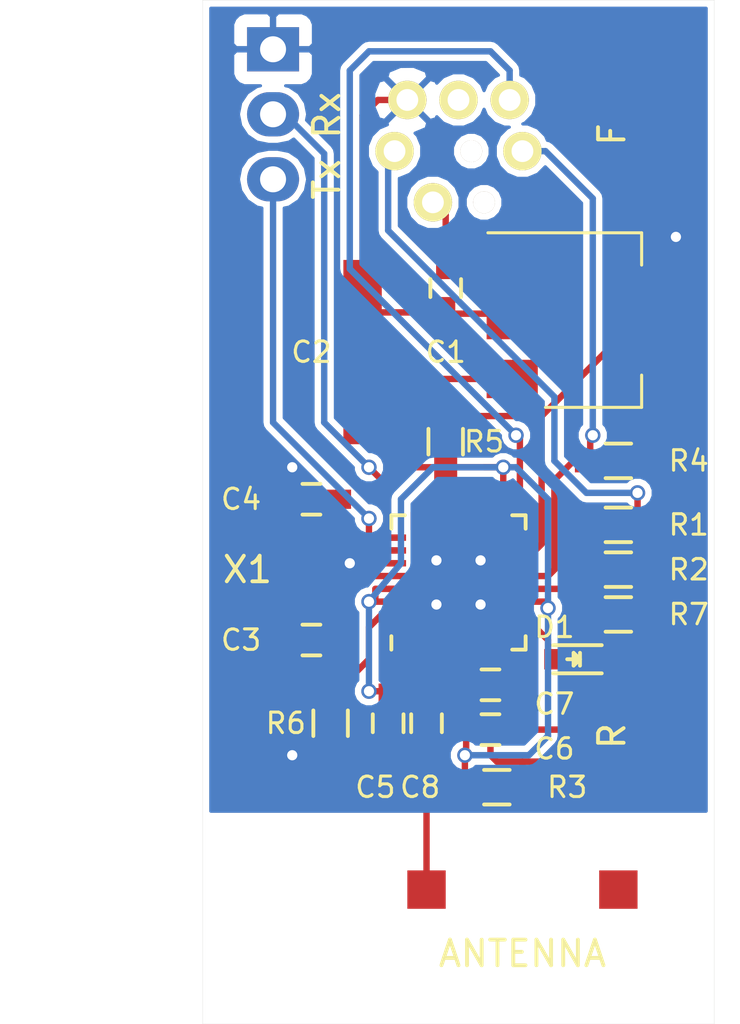
<source format=kicad_pcb>
(kicad_pcb (version 4) (host pcbnew 4.0.4-stable)

  (general
    (links 58)
    (no_connects 0)
    (area 91.874999 59.924999 121.092857 100.005001)
    (thickness 1.6)
    (drawings 5)
    (tracks 186)
    (zones 0)
    (modules 24)
    (nets 35)
  )

  (page A4)
  (layers
    (0 F.Cu signal)
    (31 B.Cu signal)
    (32 B.Adhes user)
    (33 F.Adhes user)
    (34 B.Paste user)
    (35 F.Paste user)
    (36 B.SilkS user)
    (37 F.SilkS user)
    (38 B.Mask user)
    (39 F.Mask user)
    (40 Dwgs.User user)
    (41 Cmts.User user)
    (42 Eco1.User user)
    (43 Eco2.User user)
    (44 Edge.Cuts user)
    (45 Margin user)
    (46 B.CrtYd user)
    (47 F.CrtYd user)
    (48 B.Fab user)
    (49 F.Fab user)
  )

  (setup
    (last_trace_width 0.25)
    (trace_clearance 0.2)
    (zone_clearance 0.25)
    (zone_45_only yes)
    (trace_min 0.2)
    (segment_width 0.2)
    (edge_width 0.01)
    (via_size 0.6)
    (via_drill 0.4)
    (via_min_size 0.4)
    (via_min_drill 0.3)
    (uvia_size 0.3)
    (uvia_drill 0.1)
    (uvias_allowed no)
    (uvia_min_size 0.2)
    (uvia_min_drill 0.1)
    (pcb_text_width 0.3)
    (pcb_text_size 1.2 1.2)
    (mod_edge_width 0.15)
    (mod_text_size 0.8 0.8)
    (mod_text_width 0.12)
    (pad_size 1.524 1.524)
    (pad_drill 0.762)
    (pad_to_mask_clearance 0.2)
    (aux_axis_origin 0 0)
    (visible_elements FFFFFFFF)
    (pcbplotparams
      (layerselection 0x010f0_80000001)
      (usegerberextensions true)
      (excludeedgelayer true)
      (linewidth 0.100000)
      (plotframeref false)
      (viasonmask false)
      (mode 1)
      (useauxorigin false)
      (hpglpennumber 1)
      (hpglpenspeed 20)
      (hpglpendiameter 15)
      (hpglpenoverlay 2)
      (psnegative false)
      (psa4output false)
      (plotreference true)
      (plotvalue false)
      (plotinvisibletext false)
      (padsonsilk false)
      (subtractmaskfromsilk false)
      (outputformat 1)
      (mirror false)
      (drillshape 0)
      (scaleselection 1)
      (outputdirectory gerber/))
  )

  (net 0 "")
  (net 1 "Net-(U1-Pad5)")
  (net 2 "Net-(U1-Pad6)")
  (net 3 "Net-(U1-Pad8)")
  (net 4 "Net-(U1-Pad10)")
  (net 5 "Net-(U1-Pad14)")
  (net 6 "Net-(U1-Pad18)")
  (net 7 "Net-(U1-Pad19)")
  (net 8 "Net-(U1-Pad20)")
  (net 9 "Net-(U1-Pad21)")
  (net 10 "Net-(U1-Pad22)")
  (net 11 "Net-(U1-Pad23)")
  (net 12 "Net-(U1-Pad24)")
  (net 13 "Net-(U1-Pad32)")
  (net 14 "Net-(P1-Pad4)")
  (net 15 "Net-(P1-Pad1)")
  (net 16 "Net-(P1-Pad7)")
  (net 17 EXT_VCC)
  (net 18 GND)
  (net 19 +3V3)
  (net 20 "Net-(C3-Pad2)")
  (net 21 "Net-(C4-Pad2)")
  (net 22 "Net-(C8-Pad1)")
  (net 23 "Net-(C8-Pad2)")
  (net 24 "Net-(D1-Pad2)")
  (net 25 "Net-(D1-Pad1)")
  (net 26 TXD)
  (net 27 RXD)
  (net 28 BRC)
  (net 29 FLASH_TXD)
  (net 30 FLASH_RXD)
  (net 31 "Net-(R1-Pad2)")
  (net 32 "Net-(R3-Pad1)")
  (net 33 "Net-(R5-Pad1)")
  (net 34 "Net-(R6-Pad1)")

  (net_class Default "This is the default net class."
    (clearance 0.2)
    (trace_width 0.25)
    (via_dia 0.6)
    (via_drill 0.4)
    (uvia_dia 0.3)
    (uvia_drill 0.1)
    (add_net +3V3)
    (add_net BRC)
    (add_net EXT_VCC)
    (add_net FLASH_RXD)
    (add_net FLASH_TXD)
    (add_net GND)
    (add_net "Net-(C3-Pad2)")
    (add_net "Net-(C4-Pad2)")
    (add_net "Net-(C8-Pad1)")
    (add_net "Net-(C8-Pad2)")
    (add_net "Net-(D1-Pad1)")
    (add_net "Net-(D1-Pad2)")
    (add_net "Net-(P1-Pad1)")
    (add_net "Net-(P1-Pad4)")
    (add_net "Net-(P1-Pad7)")
    (add_net "Net-(R1-Pad2)")
    (add_net "Net-(R3-Pad1)")
    (add_net "Net-(R5-Pad1)")
    (add_net "Net-(R6-Pad1)")
    (add_net "Net-(U1-Pad10)")
    (add_net "Net-(U1-Pad14)")
    (add_net "Net-(U1-Pad18)")
    (add_net "Net-(U1-Pad19)")
    (add_net "Net-(U1-Pad20)")
    (add_net "Net-(U1-Pad21)")
    (add_net "Net-(U1-Pad22)")
    (add_net "Net-(U1-Pad23)")
    (add_net "Net-(U1-Pad24)")
    (add_net "Net-(U1-Pad32)")
    (add_net "Net-(U1-Pad5)")
    (add_net "Net-(U1-Pad6)")
    (add_net "Net-(U1-Pad8)")
    (add_net RXD)
    (add_net TXD)
  )

  (module Pin_Headers:Pin_Header_Angled_1x03 (layer F.Cu) (tedit 595299CA) (tstamp 584E8ADB)
    (at 102.75 67 180)
    (descr "Through hole pin header")
    (tags "pin header")
    (path /584E9734)
    (fp_text reference P3 (at -4.6 0 270) (layer F.SilkS) hide
      (effects (font (size 0.8 0.8) (thickness 0.12)))
    )
    (fp_text value CONN_01X03 (at 0 -3.1 180) (layer F.Fab)
      (effects (font (size 1 1) (thickness 0.15)))
    )
    (fp_text user Rx (at -2.1 2.5 270) (layer F.SilkS)
      (effects (font (size 1 1) (thickness 0.15)))
    )
    (fp_text user Tx (at -2.1 0 270) (layer F.SilkS)
      (effects (font (size 1 1) (thickness 0.15)))
    )
    (fp_line (start -1.5 -1.75) (end -1.5 6.85) (layer F.CrtYd) (width 0.05))
    (fp_line (start 10.65 -1.75) (end 10.65 6.85) (layer F.CrtYd) (width 0.05))
    (fp_line (start -1.5 -1.75) (end 10.65 -1.75) (layer F.CrtYd) (width 0.05))
    (fp_line (start -1.5 6.85) (end 10.65 6.85) (layer F.CrtYd) (width 0.05))
    (pad 1 thru_hole oval (at 0 0 180) (size 2.032 1.7272) (drill 1.016) (layers *.Cu *.Mask)
      (net 29 FLASH_TXD))
    (pad 2 thru_hole oval (at 0 2.54 180) (size 2.032 1.7272) (drill 1.016) (layers *.Cu *.Mask)
      (net 30 FLASH_RXD))
    (pad 3 thru_hole rect (at 0 5.08 180) (size 2.032 1.7272) (drill 1.016) (layers *.Cu *.Mask)
      (net 18 GND))
    (model Pin_Headers.3dshapes/Pin_Header_Angled_1x03.wrl
      (at (xyz 0 -0.1 0))
      (scale (xyz 1 1 1))
      (rotate (xyz 0 0 90))
    )
  )

  (module Capacitors_Tantalum_SMD:CP_Tantalum_Case-A_EIA-3216-18_Hand (layer F.Cu) (tedit 5952916B) (tstamp 594F8AED)
    (at 106.25 73.75 90)
    (descr "Tantalum capacitor, Case A, EIA 3216-18, 3.2x1.6x1.6mm, Hand soldering footprint")
    (tags "capacitor tantalum smd")
    (path /594F83CE)
    (attr smd)
    (fp_text reference C2 (at 0 -2 180) (layer F.SilkS)
      (effects (font (size 0.8 0.8) (thickness 0.12)))
    )
    (fp_text value 33uF (at 0 2.55 90) (layer F.Fab)
      (effects (font (size 1 1) (thickness 0.15)))
    )
    (fp_text user %R (at 0 0 90) (layer F.Fab)
      (effects (font (size 0.7 0.7) (thickness 0.105)))
    )
    (fp_line (start -4 -1.2) (end -4 1.2) (layer F.CrtYd) (width 0.05))
    (fp_line (start -4 1.2) (end 4 1.2) (layer F.CrtYd) (width 0.05))
    (fp_line (start 4 1.2) (end 4 -1.2) (layer F.CrtYd) (width 0.05))
    (fp_line (start 4 -1.2) (end -4 -1.2) (layer F.CrtYd) (width 0.05))
    (fp_line (start -1.6 -0.8) (end -1.6 0.8) (layer F.Fab) (width 0.1))
    (fp_line (start -1.6 0.8) (end 1.6 0.8) (layer F.Fab) (width 0.1))
    (fp_line (start 1.6 0.8) (end 1.6 -0.8) (layer F.Fab) (width 0.1))
    (fp_line (start 1.6 -0.8) (end -1.6 -0.8) (layer F.Fab) (width 0.1))
    (fp_line (start -1.28 -0.8) (end -1.28 0.8) (layer F.Fab) (width 0.1))
    (fp_line (start -1.12 -0.8) (end -1.12 0.8) (layer F.Fab) (width 0.1))
    (pad 1 smd rect (at -2 0 90) (size 3.2 1.5) (layers F.Cu F.Paste F.Mask)
      (net 19 +3V3))
    (pad 2 smd rect (at 2 0 90) (size 3.2 1.5) (layers F.Cu F.Paste F.Mask)
      (net 18 GND))
    (model Capacitors_Tantalum_SMD.3dshapes/CP_Tantalum_Case-A_EIA-3216-18.wrl
      (at (xyz 0 0 0))
      (scale (xyz 1 1 1))
      (rotate (xyz 0 0 0))
    )
  )

  (module Crystals:Crystal_SMD_2520-4pin_2.5x2.0mm (layer F.Cu) (tedit 59529126) (tstamp 59526BDE)
    (at 104 82.25 270)
    (descr "SMD Crystal SERIES SMD2520/4 http://www.newxtal.com/UploadFiles/Images/2012-11-12-09-29-09-776.pdf, 2.5x2.0mm^2 package")
    (tags "SMD SMT crystal")
    (path /58466B20)
    (attr smd)
    (fp_text reference X1 (at 0 2.25 360) (layer F.SilkS)
      (effects (font (size 1 1) (thickness 0.15)))
    )
    (fp_text value "40 MHz" (at 0 2.2 270) (layer F.Fab)
      (effects (font (size 1 1) (thickness 0.15)))
    )
    (fp_text user %R (at 0 0 270) (layer F.Fab)
      (effects (font (size 0.6 0.6) (thickness 0.09)))
    )
    (fp_line (start -1.15 -1) (end 1.15 -1) (layer F.Fab) (width 0.1))
    (fp_line (start 1.15 -1) (end 1.25 -0.9) (layer F.Fab) (width 0.1))
    (fp_line (start 1.25 -0.9) (end 1.25 0.9) (layer F.Fab) (width 0.1))
    (fp_line (start 1.25 0.9) (end 1.15 1) (layer F.Fab) (width 0.1))
    (fp_line (start 1.15 1) (end -1.15 1) (layer F.Fab) (width 0.1))
    (fp_line (start -1.15 1) (end -1.25 0.9) (layer F.Fab) (width 0.1))
    (fp_line (start -1.25 0.9) (end -1.25 -0.9) (layer F.Fab) (width 0.1))
    (fp_line (start -1.25 -0.9) (end -1.15 -1) (layer F.Fab) (width 0.1))
    (fp_line (start -1.25 0) (end -0.25 1) (layer F.Fab) (width 0.1))
    (fp_line (start -1.7 -1.5) (end -1.7 1.5) (layer F.CrtYd) (width 0.05))
    (fp_line (start -1.7 1.5) (end 1.7 1.5) (layer F.CrtYd) (width 0.05))
    (fp_line (start 1.7 1.5) (end 1.7 -1.5) (layer F.CrtYd) (width 0.05))
    (fp_line (start 1.7 -1.5) (end -1.7 -1.5) (layer F.CrtYd) (width 0.05))
    (pad 1 smd rect (at -0.875 0.7 270) (size 1.15 1) (layers F.Cu F.Paste F.Mask)
      (net 21 "Net-(C4-Pad2)"))
    (pad 2 smd rect (at 0.875 0.7 270) (size 1.15 1) (layers F.Cu F.Paste F.Mask)
      (net 18 GND))
    (pad 3 smd rect (at 0.875 -0.7 270) (size 1.15 1) (layers F.Cu F.Paste F.Mask)
      (net 20 "Net-(C3-Pad2)"))
    (pad 4 smd rect (at -0.875 -0.7 270) (size 1.15 1) (layers F.Cu F.Paste F.Mask)
      (net 18 GND))
    (model ${KISYS3DMOD}/Crystals.3dshapes/Crystal_SMD_2520-4pin_2.5x2.0mm.wrl
      (at (xyz 0 0 0))
      (scale (xyz 1 1 1))
      (rotate (xyz 0 0 0))
    )
  )

  (module Housings_DFN_QFN:QFN-32-1EP_5x5mm_Pitch0.5mm (layer F.Cu) (tedit 58EDC894) (tstamp 58448DB7)
    (at 110 82.75 90)
    (descr "UH Package; 32-Lead Plastic QFN (5mm x 5mm); (see Linear Technology QFN_32_05-08-1693.pdf)")
    (tags "QFN 0.5")
    (path /58449519)
    (attr smd)
    (fp_text reference U1 (at -3.75 2.75 180) (layer F.SilkS) hide
      (effects (font (size 0.8 0.8) (thickness 0.12)))
    )
    (fp_text value ESP8285 (at 0 3.75 90) (layer F.Fab)
      (effects (font (size 1 1) (thickness 0.15)))
    )
    (fp_line (start -1.5 -2.5) (end 2.5 -2.5) (layer F.Fab) (width 0.15))
    (fp_line (start 2.5 -2.5) (end 2.5 2.5) (layer F.Fab) (width 0.15))
    (fp_line (start 2.5 2.5) (end -2.5 2.5) (layer F.Fab) (width 0.15))
    (fp_line (start -2.5 2.5) (end -2.5 -1.5) (layer F.Fab) (width 0.15))
    (fp_line (start -2.5 -1.5) (end -1.5 -2.5) (layer F.Fab) (width 0.15))
    (fp_line (start -3 -3) (end -3 3) (layer F.CrtYd) (width 0.05))
    (fp_line (start 3 -3) (end 3 3) (layer F.CrtYd) (width 0.05))
    (fp_line (start -3 -3) (end 3 -3) (layer F.CrtYd) (width 0.05))
    (fp_line (start -3 3) (end 3 3) (layer F.CrtYd) (width 0.05))
    (fp_line (start 2.625 -2.625) (end 2.625 -2.1) (layer F.SilkS) (width 0.15))
    (fp_line (start -2.625 2.625) (end -2.625 2.1) (layer F.SilkS) (width 0.15))
    (fp_line (start 2.625 2.625) (end 2.625 2.1) (layer F.SilkS) (width 0.15))
    (fp_line (start -2.625 -2.625) (end -2.1 -2.625) (layer F.SilkS) (width 0.15))
    (fp_line (start -2.625 2.625) (end -2.1 2.625) (layer F.SilkS) (width 0.15))
    (fp_line (start 2.625 2.625) (end 2.1 2.625) (layer F.SilkS) (width 0.15))
    (fp_line (start 2.625 -2.625) (end 2.1 -2.625) (layer F.SilkS) (width 0.15))
    (pad 1 smd rect (at -2.4 -1.75 90) (size 0.7 0.25) (layers F.Cu F.Paste F.Mask)
      (net 19 +3V3))
    (pad 2 smd rect (at -2.4 -1.25 90) (size 0.7 0.25) (layers F.Cu F.Paste F.Mask)
      (net 23 "Net-(C8-Pad2)"))
    (pad 3 smd rect (at -2.4 -0.75 90) (size 0.7 0.25) (layers F.Cu F.Paste F.Mask)
      (net 19 +3V3))
    (pad 4 smd rect (at -2.4 -0.25 90) (size 0.7 0.25) (layers F.Cu F.Paste F.Mask)
      (net 19 +3V3))
    (pad 5 smd rect (at -2.4 0.25 90) (size 0.7 0.25) (layers F.Cu F.Paste F.Mask)
      (net 1 "Net-(U1-Pad5)"))
    (pad 6 smd rect (at -2.4 0.75 90) (size 0.7 0.25) (layers F.Cu F.Paste F.Mask)
      (net 2 "Net-(U1-Pad6)"))
    (pad 7 smd rect (at -2.4 1.25 90) (size 0.7 0.25) (layers F.Cu F.Paste F.Mask)
      (net 32 "Net-(R3-Pad1)"))
    (pad 8 smd rect (at -2.4 1.75 90) (size 0.7 0.25) (layers F.Cu F.Paste F.Mask)
      (net 3 "Net-(U1-Pad8)"))
    (pad 9 smd rect (at -1.75 2.4 180) (size 0.7 0.25) (layers F.Cu F.Paste F.Mask)
      (net 24 "Net-(D1-Pad2)"))
    (pad 10 smd rect (at -1.25 2.4 180) (size 0.7 0.25) (layers F.Cu F.Paste F.Mask)
      (net 4 "Net-(U1-Pad10)"))
    (pad 11 smd rect (at -0.75 2.4 180) (size 0.7 0.25) (layers F.Cu F.Paste F.Mask)
      (net 19 +3V3))
    (pad 12 smd rect (at -0.25 2.4 180) (size 0.7 0.25) (layers F.Cu F.Paste F.Mask)
      (net 31 "Net-(R1-Pad2)"))
    (pad 13 smd rect (at 0.25 2.4 180) (size 0.7 0.25) (layers F.Cu F.Paste F.Mask)
      (net 27 RXD))
    (pad 14 smd rect (at 0.75 2.4 180) (size 0.7 0.25) (layers F.Cu F.Paste F.Mask)
      (net 5 "Net-(U1-Pad14)"))
    (pad 15 smd rect (at 1.25 2.4 180) (size 0.7 0.25) (layers F.Cu F.Paste F.Mask)
      (net 33 "Net-(R5-Pad1)"))
    (pad 16 smd rect (at 1.75 2.4 180) (size 0.7 0.25) (layers F.Cu F.Paste F.Mask)
      (net 28 BRC))
    (pad 17 smd rect (at 2.4 1.75 90) (size 0.7 0.25) (layers F.Cu F.Paste F.Mask)
      (net 19 +3V3))
    (pad 18 smd rect (at 2.4 1.25 90) (size 0.7 0.25) (layers F.Cu F.Paste F.Mask)
      (net 6 "Net-(U1-Pad18)"))
    (pad 19 smd rect (at 2.4 0.75 90) (size 0.7 0.25) (layers F.Cu F.Paste F.Mask)
      (net 7 "Net-(U1-Pad19)"))
    (pad 20 smd rect (at 2.4 0.25 90) (size 0.7 0.25) (layers F.Cu F.Paste F.Mask)
      (net 8 "Net-(U1-Pad20)"))
    (pad 21 smd rect (at 2.4 -0.25 90) (size 0.7 0.25) (layers F.Cu F.Paste F.Mask)
      (net 9 "Net-(U1-Pad21)"))
    (pad 22 smd rect (at 2.4 -0.75 90) (size 0.7 0.25) (layers F.Cu F.Paste F.Mask)
      (net 10 "Net-(U1-Pad22)"))
    (pad 23 smd rect (at 2.4 -1.25 90) (size 0.7 0.25) (layers F.Cu F.Paste F.Mask)
      (net 11 "Net-(U1-Pad23)"))
    (pad 24 smd rect (at 2.4 -1.75 90) (size 0.7 0.25) (layers F.Cu F.Paste F.Mask)
      (net 12 "Net-(U1-Pad24)"))
    (pad 25 smd rect (at 1.75 -2.4 180) (size 0.7 0.25) (layers F.Cu F.Paste F.Mask)
      (net 30 FLASH_RXD))
    (pad 26 smd rect (at 1.25 -2.4 180) (size 0.7 0.25) (layers F.Cu F.Paste F.Mask)
      (net 29 FLASH_TXD))
    (pad 27 smd rect (at 0.75 -2.4 180) (size 0.7 0.25) (layers F.Cu F.Paste F.Mask)
      (net 21 "Net-(C4-Pad2)"))
    (pad 28 smd rect (at 0.25 -2.4 180) (size 0.7 0.25) (layers F.Cu F.Paste F.Mask)
      (net 20 "Net-(C3-Pad2)"))
    (pad 29 smd rect (at -0.25 -2.4 180) (size 0.7 0.25) (layers F.Cu F.Paste F.Mask)
      (net 19 +3V3))
    (pad 30 smd rect (at -0.75 -2.4 180) (size 0.7 0.25) (layers F.Cu F.Paste F.Mask)
      (net 19 +3V3))
    (pad 31 smd rect (at -1.25 -2.4 180) (size 0.7 0.25) (layers F.Cu F.Paste F.Mask)
      (net 34 "Net-(R6-Pad1)"))
    (pad 32 smd rect (at -1.75 -2.4 180) (size 0.7 0.25) (layers F.Cu F.Paste F.Mask)
      (net 13 "Net-(U1-Pad32)"))
    (pad 33 smd rect (at 0.8625 0.8625 90) (size 1.725 1.725) (layers F.Cu F.Paste F.Mask)
      (net 18 GND) (solder_paste_margin_ratio -0.2))
    (pad 33 smd rect (at 0.8625 -0.8625 90) (size 1.725 1.725) (layers F.Cu F.Paste F.Mask)
      (net 18 GND) (solder_paste_margin_ratio -0.2))
    (pad 33 smd rect (at -0.8625 0.8625 90) (size 1.725 1.725) (layers F.Cu F.Paste F.Mask)
      (net 18 GND) (solder_paste_margin_ratio -0.2))
    (pad 33 smd rect (at -0.8625 -0.8625 90) (size 1.725 1.725) (layers F.Cu F.Paste F.Mask)
      (net 18 GND) (solder_paste_margin_ratio -0.2))
    (model Housings_DFN_QFN.3dshapes/QFN-32-1EP_5x5mm_Pitch0.5mm.wrl
      (at (xyz 0 0 0))
      (scale (xyz 1 1 1))
      (rotate (xyz 0 0 0))
    )
  )

  (module mini-din_8pin:mini-din_8pin (layer F.Cu) (tedit 58ED56B3) (tstamp 58449716)
    (at 110 65.5)
    (path /584497FE)
    (fp_text reference P1 (at 4.25 -1.75) (layer F.SilkS) hide
      (effects (font (size 0.8 0.8) (thickness 0.12)))
    )
    (fp_text value CONN_01X08 (at 0 -0.5) (layer F.Fab)
      (effects (font (size 1 1) (thickness 0.15)))
    )
    (pad 5 thru_hole circle (at -2.5 0.4) (size 1.5 1.5) (drill 0.85) (layers *.Cu *.Mask F.SilkS)
      (net 26 TXD))
    (pad 4 thru_hole circle (at 0.5 0.4) (size 0.85 0.85) (drill 0.85) (layers *.Cu *.Mask F.SilkS)
      (net 14 "Net-(P1-Pad4)"))
    (pad 3 thru_hole circle (at 2.5 0.4) (size 1.5 1.5) (drill 0.85) (layers *.Cu *.Mask F.SilkS)
      (net 27 RXD))
    (pad 8 thru_hole circle (at -2 -1.6) (size 1.5 1.5) (drill 0.85) (layers *.Cu *.Mask F.SilkS)
      (net 18 GND))
    (pad 6 thru_hole circle (at 2 -1.6) (size 1.5 1.5) (drill 0.85) (layers *.Cu *.Mask F.SilkS)
      (net 28 BRC))
    (pad 2 thru_hole circle (at -1 2.4) (size 1.5 1.5) (drill 0.85) (layers *.Cu *.Mask F.SilkS)
      (net 17 EXT_VCC))
    (pad 1 thru_hole circle (at 1 2.4) (size 0.85 0.85) (drill 0.85) (layers *.Cu *.Mask F.SilkS)
      (net 15 "Net-(P1-Pad1)"))
    (pad 7 thru_hole circle (at 0 -1.6) (size 1.5 1.5) (drill 0.85) (layers *.Cu *.Mask F.SilkS)
      (net 16 "Net-(P1-Pad7)"))
  )

  (module Capacitors_SMD:C_0603_HandSoldering (layer F.Cu) (tedit 594FBC20) (tstamp 584E8A9E)
    (at 109.5 71.25 270)
    (descr "Capacitor SMD 0603, hand soldering")
    (tags "capacitor 0603")
    (path /58449F69)
    (attr smd)
    (fp_text reference C1 (at 2.5 0 360) (layer F.SilkS)
      (effects (font (size 0.8 0.8) (thickness 0.12)))
    )
    (fp_text value 10uF (at 0 1.9 270) (layer F.Fab)
      (effects (font (size 1 1) (thickness 0.15)))
    )
    (fp_line (start -0.8 0.4) (end -0.8 -0.4) (layer F.Fab) (width 0.15))
    (fp_line (start 0.8 0.4) (end -0.8 0.4) (layer F.Fab) (width 0.15))
    (fp_line (start 0.8 -0.4) (end 0.8 0.4) (layer F.Fab) (width 0.15))
    (fp_line (start -0.8 -0.4) (end 0.8 -0.4) (layer F.Fab) (width 0.15))
    (fp_line (start -1.85 -0.75) (end 1.85 -0.75) (layer F.CrtYd) (width 0.05))
    (fp_line (start -1.85 0.75) (end 1.85 0.75) (layer F.CrtYd) (width 0.05))
    (fp_line (start -1.85 -0.75) (end -1.85 0.75) (layer F.CrtYd) (width 0.05))
    (fp_line (start 1.85 -0.75) (end 1.85 0.75) (layer F.CrtYd) (width 0.05))
    (fp_line (start -0.35 -0.6) (end 0.35 -0.6) (layer F.SilkS) (width 0.15))
    (fp_line (start 0.35 0.6) (end -0.35 0.6) (layer F.SilkS) (width 0.15))
    (pad 1 smd rect (at -0.95 0 270) (size 1.2 0.75) (layers F.Cu F.Paste F.Mask)
      (net 17 EXT_VCC))
    (pad 2 smd rect (at 0.95 0 270) (size 1.2 0.75) (layers F.Cu F.Paste F.Mask)
      (net 18 GND))
    (model Capacitors_SMD.3dshapes/C_0603_HandSoldering.wrl
      (at (xyz 0 0 0))
      (scale (xyz 1 1 1))
      (rotate (xyz 0 0 0))
    )
  )

  (module Capacitors_SMD:C_0603_HandSoldering (layer F.Cu) (tedit 595284DB) (tstamp 584E8AAA)
    (at 104.25 85)
    (descr "Capacitor SMD 0603, hand soldering")
    (tags "capacitor 0603")
    (path /58466D59)
    (attr smd)
    (fp_text reference C3 (at -2.75 0) (layer F.SilkS)
      (effects (font (size 0.8 0.8) (thickness 0.12)))
    )
    (fp_text value 10pF (at 0 1.9) (layer F.Fab)
      (effects (font (size 1 1) (thickness 0.15)))
    )
    (fp_line (start -0.8 0.4) (end -0.8 -0.4) (layer F.Fab) (width 0.15))
    (fp_line (start 0.8 0.4) (end -0.8 0.4) (layer F.Fab) (width 0.15))
    (fp_line (start 0.8 -0.4) (end 0.8 0.4) (layer F.Fab) (width 0.15))
    (fp_line (start -0.8 -0.4) (end 0.8 -0.4) (layer F.Fab) (width 0.15))
    (fp_line (start -1.85 -0.75) (end 1.85 -0.75) (layer F.CrtYd) (width 0.05))
    (fp_line (start -1.85 0.75) (end 1.85 0.75) (layer F.CrtYd) (width 0.05))
    (fp_line (start -1.85 -0.75) (end -1.85 0.75) (layer F.CrtYd) (width 0.05))
    (fp_line (start 1.85 -0.75) (end 1.85 0.75) (layer F.CrtYd) (width 0.05))
    (fp_line (start -0.35 -0.6) (end 0.35 -0.6) (layer F.SilkS) (width 0.15))
    (fp_line (start 0.35 0.6) (end -0.35 0.6) (layer F.SilkS) (width 0.15))
    (pad 1 smd rect (at -0.95 0) (size 1.2 0.75) (layers F.Cu F.Paste F.Mask)
      (net 18 GND))
    (pad 2 smd rect (at 0.95 0) (size 1.2 0.75) (layers F.Cu F.Paste F.Mask)
      (net 20 "Net-(C3-Pad2)"))
    (model Capacitors_SMD.3dshapes/C_0603_HandSoldering.wrl
      (at (xyz 0 0 0))
      (scale (xyz 1 1 1))
      (rotate (xyz 0 0 0))
    )
  )

  (module Capacitors_SMD:C_0603_HandSoldering (layer F.Cu) (tedit 595284D2) (tstamp 584E8AB0)
    (at 104.25 79.5 180)
    (descr "Capacitor SMD 0603, hand soldering")
    (tags "capacitor 0603")
    (path /58466DBF)
    (attr smd)
    (fp_text reference C4 (at 2.75 0 180) (layer F.SilkS)
      (effects (font (size 0.8 0.8) (thickness 0.12)))
    )
    (fp_text value 10pF (at 0 1.9 180) (layer F.Fab)
      (effects (font (size 1 1) (thickness 0.15)))
    )
    (fp_line (start -0.8 0.4) (end -0.8 -0.4) (layer F.Fab) (width 0.15))
    (fp_line (start 0.8 0.4) (end -0.8 0.4) (layer F.Fab) (width 0.15))
    (fp_line (start 0.8 -0.4) (end 0.8 0.4) (layer F.Fab) (width 0.15))
    (fp_line (start -0.8 -0.4) (end 0.8 -0.4) (layer F.Fab) (width 0.15))
    (fp_line (start -1.85 -0.75) (end 1.85 -0.75) (layer F.CrtYd) (width 0.05))
    (fp_line (start -1.85 0.75) (end 1.85 0.75) (layer F.CrtYd) (width 0.05))
    (fp_line (start -1.85 -0.75) (end -1.85 0.75) (layer F.CrtYd) (width 0.05))
    (fp_line (start 1.85 -0.75) (end 1.85 0.75) (layer F.CrtYd) (width 0.05))
    (fp_line (start -0.35 -0.6) (end 0.35 -0.6) (layer F.SilkS) (width 0.15))
    (fp_line (start 0.35 0.6) (end -0.35 0.6) (layer F.SilkS) (width 0.15))
    (pad 1 smd rect (at -0.95 0 180) (size 1.2 0.75) (layers F.Cu F.Paste F.Mask)
      (net 18 GND))
    (pad 2 smd rect (at 0.95 0 180) (size 1.2 0.75) (layers F.Cu F.Paste F.Mask)
      (net 21 "Net-(C4-Pad2)"))
    (model Capacitors_SMD.3dshapes/C_0603_HandSoldering.wrl
      (at (xyz 0 0 0))
      (scale (xyz 1 1 1))
      (rotate (xyz 0 0 0))
    )
  )

  (module Capacitors_SMD:C_0603_HandSoldering (layer F.Cu) (tedit 594FC740) (tstamp 584E8AB6)
    (at 107.25 88.25 90)
    (descr "Capacitor SMD 0603, hand soldering")
    (tags "capacitor 0603")
    (path /5846B3B7)
    (attr smd)
    (fp_text reference C5 (at -2.5 -0.5 360) (layer F.SilkS)
      (effects (font (size 0.8 0.8) (thickness 0.12)))
    )
    (fp_text value 1uF (at 0 1.9 90) (layer F.Fab)
      (effects (font (size 1 1) (thickness 0.15)))
    )
    (fp_line (start -0.8 0.4) (end -0.8 -0.4) (layer F.Fab) (width 0.15))
    (fp_line (start 0.8 0.4) (end -0.8 0.4) (layer F.Fab) (width 0.15))
    (fp_line (start 0.8 -0.4) (end 0.8 0.4) (layer F.Fab) (width 0.15))
    (fp_line (start -0.8 -0.4) (end 0.8 -0.4) (layer F.Fab) (width 0.15))
    (fp_line (start -1.85 -0.75) (end 1.85 -0.75) (layer F.CrtYd) (width 0.05))
    (fp_line (start -1.85 0.75) (end 1.85 0.75) (layer F.CrtYd) (width 0.05))
    (fp_line (start -1.85 -0.75) (end -1.85 0.75) (layer F.CrtYd) (width 0.05))
    (fp_line (start 1.85 -0.75) (end 1.85 0.75) (layer F.CrtYd) (width 0.05))
    (fp_line (start -0.35 -0.6) (end 0.35 -0.6) (layer F.SilkS) (width 0.15))
    (fp_line (start 0.35 0.6) (end -0.35 0.6) (layer F.SilkS) (width 0.15))
    (pad 1 smd rect (at -0.95 0 90) (size 1.2 0.75) (layers F.Cu F.Paste F.Mask)
      (net 18 GND))
    (pad 2 smd rect (at 0.95 0 90) (size 1.2 0.75) (layers F.Cu F.Paste F.Mask)
      (net 19 +3V3))
    (model Capacitors_SMD.3dshapes/C_0603_HandSoldering.wrl
      (at (xyz 0 0 0))
      (scale (xyz 1 1 1))
      (rotate (xyz 0 0 0))
    )
  )

  (module Capacitors_SMD:C_0603_HandSoldering (layer F.Cu) (tedit 594FDD25) (tstamp 584E8ABC)
    (at 111.25 88.5 180)
    (descr "Capacitor SMD 0603, hand soldering")
    (tags "capacitor 0603")
    (path /5846BBF8)
    (attr smd)
    (fp_text reference C6 (at -2.5 -0.75 180) (layer F.SilkS)
      (effects (font (size 0.8 0.8) (thickness 0.12)))
    )
    (fp_text value 10uF (at 0 1.9 180) (layer F.Fab)
      (effects (font (size 1 1) (thickness 0.15)))
    )
    (fp_line (start -0.8 0.4) (end -0.8 -0.4) (layer F.Fab) (width 0.15))
    (fp_line (start 0.8 0.4) (end -0.8 0.4) (layer F.Fab) (width 0.15))
    (fp_line (start 0.8 -0.4) (end 0.8 0.4) (layer F.Fab) (width 0.15))
    (fp_line (start -0.8 -0.4) (end 0.8 -0.4) (layer F.Fab) (width 0.15))
    (fp_line (start -1.85 -0.75) (end 1.85 -0.75) (layer F.CrtYd) (width 0.05))
    (fp_line (start -1.85 0.75) (end 1.85 0.75) (layer F.CrtYd) (width 0.05))
    (fp_line (start -1.85 -0.75) (end -1.85 0.75) (layer F.CrtYd) (width 0.05))
    (fp_line (start 1.85 -0.75) (end 1.85 0.75) (layer F.CrtYd) (width 0.05))
    (fp_line (start -0.35 -0.6) (end 0.35 -0.6) (layer F.SilkS) (width 0.15))
    (fp_line (start 0.35 0.6) (end -0.35 0.6) (layer F.SilkS) (width 0.15))
    (pad 1 smd rect (at -0.95 0 180) (size 1.2 0.75) (layers F.Cu F.Paste F.Mask)
      (net 18 GND))
    (pad 2 smd rect (at 0.95 0 180) (size 1.2 0.75) (layers F.Cu F.Paste F.Mask)
      (net 19 +3V3))
    (model Capacitors_SMD.3dshapes/C_0603_HandSoldering.wrl
      (at (xyz 0 0 0))
      (scale (xyz 1 1 1))
      (rotate (xyz 0 0 0))
    )
  )

  (module Capacitors_SMD:C_0603_HandSoldering (layer F.Cu) (tedit 594FDD2B) (tstamp 584E8AC2)
    (at 111.25 86.75 180)
    (descr "Capacitor SMD 0603, hand soldering")
    (tags "capacitor 0603")
    (path /5846BBB3)
    (attr smd)
    (fp_text reference C7 (at -2.5 -0.75 180) (layer F.SilkS)
      (effects (font (size 0.8 0.8) (thickness 0.12)))
    )
    (fp_text value 0.1uF (at 0 1.9 180) (layer F.Fab)
      (effects (font (size 1 1) (thickness 0.15)))
    )
    (fp_line (start -0.8 0.4) (end -0.8 -0.4) (layer F.Fab) (width 0.15))
    (fp_line (start 0.8 0.4) (end -0.8 0.4) (layer F.Fab) (width 0.15))
    (fp_line (start 0.8 -0.4) (end 0.8 0.4) (layer F.Fab) (width 0.15))
    (fp_line (start -0.8 -0.4) (end 0.8 -0.4) (layer F.Fab) (width 0.15))
    (fp_line (start -1.85 -0.75) (end 1.85 -0.75) (layer F.CrtYd) (width 0.05))
    (fp_line (start -1.85 0.75) (end 1.85 0.75) (layer F.CrtYd) (width 0.05))
    (fp_line (start -1.85 -0.75) (end -1.85 0.75) (layer F.CrtYd) (width 0.05))
    (fp_line (start 1.85 -0.75) (end 1.85 0.75) (layer F.CrtYd) (width 0.05))
    (fp_line (start -0.35 -0.6) (end 0.35 -0.6) (layer F.SilkS) (width 0.15))
    (fp_line (start 0.35 0.6) (end -0.35 0.6) (layer F.SilkS) (width 0.15))
    (pad 1 smd rect (at -0.95 0 180) (size 1.2 0.75) (layers F.Cu F.Paste F.Mask)
      (net 18 GND))
    (pad 2 smd rect (at 0.95 0 180) (size 1.2 0.75) (layers F.Cu F.Paste F.Mask)
      (net 19 +3V3))
    (model Capacitors_SMD.3dshapes/C_0603_HandSoldering.wrl
      (at (xyz 0 0 0))
      (scale (xyz 1 1 1))
      (rotate (xyz 0 0 0))
    )
  )

  (module Capacitors_SMD:C_0603_HandSoldering (layer F.Cu) (tedit 594FD531) (tstamp 584E8AC8)
    (at 108.75 88.25 90)
    (descr "Capacitor SMD 0603, hand soldering")
    (tags "capacitor 0603")
    (path /5846F5F4)
    (attr smd)
    (fp_text reference C8 (at -2.5 -0.25 180) (layer F.SilkS)
      (effects (font (size 0.8 0.8) (thickness 0.12)))
    )
    (fp_text value 5.6pF (at 0 1.9 90) (layer F.Fab)
      (effects (font (size 1 1) (thickness 0.15)))
    )
    (fp_line (start -0.8 0.4) (end -0.8 -0.4) (layer F.Fab) (width 0.15))
    (fp_line (start 0.8 0.4) (end -0.8 0.4) (layer F.Fab) (width 0.15))
    (fp_line (start 0.8 -0.4) (end 0.8 0.4) (layer F.Fab) (width 0.15))
    (fp_line (start -0.8 -0.4) (end 0.8 -0.4) (layer F.Fab) (width 0.15))
    (fp_line (start -1.85 -0.75) (end 1.85 -0.75) (layer F.CrtYd) (width 0.05))
    (fp_line (start -1.85 0.75) (end 1.85 0.75) (layer F.CrtYd) (width 0.05))
    (fp_line (start -1.85 -0.75) (end -1.85 0.75) (layer F.CrtYd) (width 0.05))
    (fp_line (start 1.85 -0.75) (end 1.85 0.75) (layer F.CrtYd) (width 0.05))
    (fp_line (start -0.35 -0.6) (end 0.35 -0.6) (layer F.SilkS) (width 0.15))
    (fp_line (start 0.35 0.6) (end -0.35 0.6) (layer F.SilkS) (width 0.15))
    (pad 1 smd rect (at -0.95 0 90) (size 1.2 0.75) (layers F.Cu F.Paste F.Mask)
      (net 22 "Net-(C8-Pad1)"))
    (pad 2 smd rect (at 0.95 0 90) (size 1.2 0.75) (layers F.Cu F.Paste F.Mask)
      (net 23 "Net-(C8-Pad2)"))
    (model Capacitors_SMD.3dshapes/C_0603_HandSoldering.wrl
      (at (xyz 0 0 0))
      (scale (xyz 1 1 1))
      (rotate (xyz 0 0 0))
    )
  )

  (module LEDs:LED_0603 (layer F.Cu) (tedit 594FDDA4) (tstamp 584E8ACE)
    (at 114.5 85.75 180)
    (descr "LED 0603 smd package")
    (tags "LED led 0603 SMD smd SMT smt smdled SMDLED smtled SMTLED")
    (path /584E892F)
    (attr smd)
    (fp_text reference D1 (at 0.75 1.25 180) (layer F.SilkS)
      (effects (font (size 0.8 0.8) (thickness 0.12)))
    )
    (fp_text value BLUE (at 0 1.5 180) (layer F.Fab)
      (effects (font (size 1 1) (thickness 0.15)))
    )
    (fp_line (start -0.3 -0.2) (end -0.3 0.2) (layer F.Fab) (width 0.15))
    (fp_line (start -0.2 0) (end 0.1 -0.2) (layer F.Fab) (width 0.15))
    (fp_line (start 0.1 0.2) (end -0.2 0) (layer F.Fab) (width 0.15))
    (fp_line (start 0.1 -0.2) (end 0.1 0.2) (layer F.Fab) (width 0.15))
    (fp_line (start 0.8 0.4) (end -0.8 0.4) (layer F.Fab) (width 0.15))
    (fp_line (start 0.8 -0.4) (end 0.8 0.4) (layer F.Fab) (width 0.15))
    (fp_line (start -0.8 -0.4) (end 0.8 -0.4) (layer F.Fab) (width 0.15))
    (fp_line (start -0.8 0.4) (end -0.8 -0.4) (layer F.Fab) (width 0.15))
    (fp_line (start -1.1 0.55) (end 0.8 0.55) (layer F.SilkS) (width 0.15))
    (fp_line (start -1.1 -0.55) (end 0.8 -0.55) (layer F.SilkS) (width 0.15))
    (fp_line (start -0.2 0) (end 0.25 0) (layer F.SilkS) (width 0.15))
    (fp_line (start -0.25 -0.25) (end -0.25 0.25) (layer F.SilkS) (width 0.15))
    (fp_line (start -0.25 0) (end 0 -0.25) (layer F.SilkS) (width 0.15))
    (fp_line (start 0 -0.25) (end 0 0.25) (layer F.SilkS) (width 0.15))
    (fp_line (start 0 0.25) (end -0.25 0) (layer F.SilkS) (width 0.15))
    (fp_line (start 1.4 -0.75) (end 1.4 0.75) (layer F.CrtYd) (width 0.05))
    (fp_line (start 1.4 0.75) (end -1.4 0.75) (layer F.CrtYd) (width 0.05))
    (fp_line (start -1.4 0.75) (end -1.4 -0.75) (layer F.CrtYd) (width 0.05))
    (fp_line (start -1.4 -0.75) (end 1.4 -0.75) (layer F.CrtYd) (width 0.05))
    (pad 2 smd rect (at 0.7493 0) (size 0.79756 0.79756) (layers F.Cu F.Paste F.Mask)
      (net 24 "Net-(D1-Pad2)"))
    (pad 1 smd rect (at -0.7493 0) (size 0.79756 0.79756) (layers F.Cu F.Paste F.Mask)
      (net 25 "Net-(D1-Pad1)"))
    (model LEDs.3dshapes/LED_0603.wrl
      (at (xyz 0 0 0))
      (scale (xyz 1 1 1))
      (rotate (xyz 0 0 180))
    )
  )

  (module antennas:RFANT8010080A3T (layer F.Cu) (tedit 594FA1F7) (tstamp 584E8AD4)
    (at 112.5 94.75)
    (path /5846F7AC)
    (fp_text reference P2 (at 0 2.5) (layer F.SilkS) hide
      (effects (font (size 1 1) (thickness 0.15)))
    )
    (fp_text value ANTENNA (at 0 2.5) (layer F.SilkS)
      (effects (font (size 1 1) (thickness 0.15)))
    )
    (pad 1 smd rect (at -3.75 0) (size 1.5 1.5) (layers F.Cu F.Paste F.Mask)
      (net 22 "Net-(C8-Pad1)"))
    (pad 2 smd rect (at 3.75 0) (size 1.5 1.5) (layers F.Cu F.Paste F.Mask))
  )

  (module Resistors_SMD:R_0603_HandSoldering (layer F.Cu) (tedit 584F28DA) (tstamp 584E8AE1)
    (at 116.25 80.5 180)
    (descr "Resistor SMD 0603, hand soldering")
    (tags "resistor 0603")
    (path /5846811C)
    (attr smd)
    (fp_text reference R1 (at -2.75 0 180) (layer F.SilkS)
      (effects (font (size 0.8 0.8) (thickness 0.12)))
    )
    (fp_text value 1k (at 0 1.9 180) (layer F.Fab)
      (effects (font (size 1 1) (thickness 0.15)))
    )
    (fp_line (start -0.8 0.4) (end -0.8 -0.4) (layer F.Fab) (width 0.1))
    (fp_line (start 0.8 0.4) (end -0.8 0.4) (layer F.Fab) (width 0.1))
    (fp_line (start 0.8 -0.4) (end 0.8 0.4) (layer F.Fab) (width 0.1))
    (fp_line (start -0.8 -0.4) (end 0.8 -0.4) (layer F.Fab) (width 0.1))
    (fp_line (start -2 -0.8) (end 2 -0.8) (layer F.CrtYd) (width 0.05))
    (fp_line (start -2 0.8) (end 2 0.8) (layer F.CrtYd) (width 0.05))
    (fp_line (start -2 -0.8) (end -2 0.8) (layer F.CrtYd) (width 0.05))
    (fp_line (start 2 -0.8) (end 2 0.8) (layer F.CrtYd) (width 0.05))
    (fp_line (start 0.5 0.675) (end -0.5 0.675) (layer F.SilkS) (width 0.15))
    (fp_line (start -0.5 -0.675) (end 0.5 -0.675) (layer F.SilkS) (width 0.15))
    (pad 1 smd rect (at -1.1 0 180) (size 1.2 0.9) (layers F.Cu F.Paste F.Mask)
      (net 26 TXD))
    (pad 2 smd rect (at 1.1 0 180) (size 1.2 0.9) (layers F.Cu F.Paste F.Mask)
      (net 31 "Net-(R1-Pad2)"))
    (model Resistors_SMD.3dshapes/R_0603_HandSoldering.wrl
      (at (xyz 0 0 0))
      (scale (xyz 1 1 1))
      (rotate (xyz 0 0 0))
    )
  )

  (module Resistors_SMD:R_0603_HandSoldering (layer F.Cu) (tedit 584F28E3) (tstamp 584E8AE7)
    (at 116.25 82.25)
    (descr "Resistor SMD 0603, hand soldering")
    (tags "resistor 0603")
    (path /5846826D)
    (attr smd)
    (fp_text reference R2 (at 2.75 0) (layer F.SilkS)
      (effects (font (size 0.8 0.8) (thickness 0.12)))
    )
    (fp_text value 2k (at 0 1.9) (layer F.Fab)
      (effects (font (size 1 1) (thickness 0.15)))
    )
    (fp_line (start -0.8 0.4) (end -0.8 -0.4) (layer F.Fab) (width 0.1))
    (fp_line (start 0.8 0.4) (end -0.8 0.4) (layer F.Fab) (width 0.1))
    (fp_line (start 0.8 -0.4) (end 0.8 0.4) (layer F.Fab) (width 0.1))
    (fp_line (start -0.8 -0.4) (end 0.8 -0.4) (layer F.Fab) (width 0.1))
    (fp_line (start -2 -0.8) (end 2 -0.8) (layer F.CrtYd) (width 0.05))
    (fp_line (start -2 0.8) (end 2 0.8) (layer F.CrtYd) (width 0.05))
    (fp_line (start -2 -0.8) (end -2 0.8) (layer F.CrtYd) (width 0.05))
    (fp_line (start 2 -0.8) (end 2 0.8) (layer F.CrtYd) (width 0.05))
    (fp_line (start 0.5 0.675) (end -0.5 0.675) (layer F.SilkS) (width 0.15))
    (fp_line (start -0.5 -0.675) (end 0.5 -0.675) (layer F.SilkS) (width 0.15))
    (pad 1 smd rect (at -1.1 0) (size 1.2 0.9) (layers F.Cu F.Paste F.Mask)
      (net 31 "Net-(R1-Pad2)"))
    (pad 2 smd rect (at 1.1 0) (size 1.2 0.9) (layers F.Cu F.Paste F.Mask)
      (net 18 GND))
    (model Resistors_SMD.3dshapes/R_0603_HandSoldering.wrl
      (at (xyz 0 0 0))
      (scale (xyz 1 1 1))
      (rotate (xyz 0 0 0))
    )
  )

  (module Resistors_SMD:R_0603_HandSoldering (layer F.Cu) (tedit 594FD701) (tstamp 584E8AED)
    (at 111.5 90.75 180)
    (descr "Resistor SMD 0603, hand soldering")
    (tags "resistor 0603")
    (path /584692FE)
    (attr smd)
    (fp_text reference R3 (at -2.75 0 180) (layer F.SilkS)
      (effects (font (size 0.8 0.8) (thickness 0.12)))
    )
    (fp_text value 10k (at 0 1.9 180) (layer F.Fab)
      (effects (font (size 1 1) (thickness 0.15)))
    )
    (fp_line (start -0.8 0.4) (end -0.8 -0.4) (layer F.Fab) (width 0.1))
    (fp_line (start 0.8 0.4) (end -0.8 0.4) (layer F.Fab) (width 0.1))
    (fp_line (start 0.8 -0.4) (end 0.8 0.4) (layer F.Fab) (width 0.1))
    (fp_line (start -0.8 -0.4) (end 0.8 -0.4) (layer F.Fab) (width 0.1))
    (fp_line (start -2 -0.8) (end 2 -0.8) (layer F.CrtYd) (width 0.05))
    (fp_line (start -2 0.8) (end 2 0.8) (layer F.CrtYd) (width 0.05))
    (fp_line (start -2 -0.8) (end -2 0.8) (layer F.CrtYd) (width 0.05))
    (fp_line (start 2 -0.8) (end 2 0.8) (layer F.CrtYd) (width 0.05))
    (fp_line (start 0.5 0.675) (end -0.5 0.675) (layer F.SilkS) (width 0.15))
    (fp_line (start -0.5 -0.675) (end 0.5 -0.675) (layer F.SilkS) (width 0.15))
    (pad 1 smd rect (at -1.1 0 180) (size 1.2 0.9) (layers F.Cu F.Paste F.Mask)
      (net 32 "Net-(R3-Pad1)"))
    (pad 2 smd rect (at 1.1 0 180) (size 1.2 0.9) (layers F.Cu F.Paste F.Mask)
      (net 19 +3V3))
    (model Resistors_SMD.3dshapes/R_0603_HandSoldering.wrl
      (at (xyz 0 0 0))
      (scale (xyz 1 1 1))
      (rotate (xyz 0 0 0))
    )
  )

  (module Resistors_SMD:R_0603_HandSoldering (layer F.Cu) (tedit 5850540F) (tstamp 584E8AF3)
    (at 116.25 78)
    (descr "Resistor SMD 0603, hand soldering")
    (tags "resistor 0603")
    (path /58488801)
    (attr smd)
    (fp_text reference R4 (at 2.75 0) (layer F.SilkS)
      (effects (font (size 0.8 0.8) (thickness 0.12)))
    )
    (fp_text value 10k (at 0 1.9) (layer F.Fab)
      (effects (font (size 1 1) (thickness 0.15)))
    )
    (fp_line (start -0.8 0.4) (end -0.8 -0.4) (layer F.Fab) (width 0.1))
    (fp_line (start 0.8 0.4) (end -0.8 0.4) (layer F.Fab) (width 0.1))
    (fp_line (start 0.8 -0.4) (end 0.8 0.4) (layer F.Fab) (width 0.1))
    (fp_line (start -0.8 -0.4) (end 0.8 -0.4) (layer F.Fab) (width 0.1))
    (fp_line (start -2 -0.8) (end 2 -0.8) (layer F.CrtYd) (width 0.05))
    (fp_line (start -2 0.8) (end 2 0.8) (layer F.CrtYd) (width 0.05))
    (fp_line (start -2 -0.8) (end -2 0.8) (layer F.CrtYd) (width 0.05))
    (fp_line (start 2 -0.8) (end 2 0.8) (layer F.CrtYd) (width 0.05))
    (fp_line (start 0.5 0.675) (end -0.5 0.675) (layer F.SilkS) (width 0.15))
    (fp_line (start -0.5 -0.675) (end 0.5 -0.675) (layer F.SilkS) (width 0.15))
    (pad 1 smd rect (at -1.1 0) (size 1.2 0.9) (layers F.Cu F.Paste F.Mask)
      (net 27 RXD))
    (pad 2 smd rect (at 1.1 0) (size 1.2 0.9) (layers F.Cu F.Paste F.Mask)
      (net 18 GND))
    (model Resistors_SMD.3dshapes/R_0603_HandSoldering.wrl
      (at (xyz 0 0 0))
      (scale (xyz 1 1 1))
      (rotate (xyz 0 0 0))
    )
  )

  (module Resistors_SMD:R_0603_HandSoldering (layer F.Cu) (tedit 594FBBFD) (tstamp 584E8AF9)
    (at 109.5 77.25 270)
    (descr "Resistor SMD 0603, hand soldering")
    (tags "resistor 0603")
    (path /5846EEC6)
    (attr smd)
    (fp_text reference R5 (at 0 -1.5 360) (layer F.SilkS)
      (effects (font (size 0.8 0.8) (thickness 0.12)))
    )
    (fp_text value 10k (at 0 1.9 270) (layer F.Fab)
      (effects (font (size 1 1) (thickness 0.15)))
    )
    (fp_line (start -0.8 0.4) (end -0.8 -0.4) (layer F.Fab) (width 0.1))
    (fp_line (start 0.8 0.4) (end -0.8 0.4) (layer F.Fab) (width 0.1))
    (fp_line (start 0.8 -0.4) (end 0.8 0.4) (layer F.Fab) (width 0.1))
    (fp_line (start -0.8 -0.4) (end 0.8 -0.4) (layer F.Fab) (width 0.1))
    (fp_line (start -2 -0.8) (end 2 -0.8) (layer F.CrtYd) (width 0.05))
    (fp_line (start -2 0.8) (end 2 0.8) (layer F.CrtYd) (width 0.05))
    (fp_line (start -2 -0.8) (end -2 0.8) (layer F.CrtYd) (width 0.05))
    (fp_line (start 2 -0.8) (end 2 0.8) (layer F.CrtYd) (width 0.05))
    (fp_line (start 0.5 0.675) (end -0.5 0.675) (layer F.SilkS) (width 0.15))
    (fp_line (start -0.5 -0.675) (end 0.5 -0.675) (layer F.SilkS) (width 0.15))
    (pad 1 smd rect (at -1.1 0 270) (size 1.2 0.9) (layers F.Cu F.Paste F.Mask)
      (net 33 "Net-(R5-Pad1)"))
    (pad 2 smd rect (at 1.1 0 270) (size 1.2 0.9) (layers F.Cu F.Paste F.Mask)
      (net 19 +3V3))
    (model Resistors_SMD.3dshapes/R_0603_HandSoldering.wrl
      (at (xyz 0 0 0))
      (scale (xyz 1 1 1))
      (rotate (xyz 0 0 0))
    )
  )

  (module Resistors_SMD:R_0603_HandSoldering (layer F.Cu) (tedit 594FD928) (tstamp 584E8AFF)
    (at 105 88.25 270)
    (descr "Resistor SMD 0603, hand soldering")
    (tags "resistor 0603")
    (path /5846CBA5)
    (attr smd)
    (fp_text reference R6 (at 0 1.75 540) (layer F.SilkS)
      (effects (font (size 0.8 0.8) (thickness 0.12)))
    )
    (fp_text value 12k (at 0 1.9 270) (layer F.Fab)
      (effects (font (size 1 1) (thickness 0.15)))
    )
    (fp_line (start -0.8 0.4) (end -0.8 -0.4) (layer F.Fab) (width 0.1))
    (fp_line (start 0.8 0.4) (end -0.8 0.4) (layer F.Fab) (width 0.1))
    (fp_line (start 0.8 -0.4) (end 0.8 0.4) (layer F.Fab) (width 0.1))
    (fp_line (start -0.8 -0.4) (end 0.8 -0.4) (layer F.Fab) (width 0.1))
    (fp_line (start -2 -0.8) (end 2 -0.8) (layer F.CrtYd) (width 0.05))
    (fp_line (start -2 0.8) (end 2 0.8) (layer F.CrtYd) (width 0.05))
    (fp_line (start -2 -0.8) (end -2 0.8) (layer F.CrtYd) (width 0.05))
    (fp_line (start 2 -0.8) (end 2 0.8) (layer F.CrtYd) (width 0.05))
    (fp_line (start 0.5 0.675) (end -0.5 0.675) (layer F.SilkS) (width 0.15))
    (fp_line (start -0.5 -0.675) (end 0.5 -0.675) (layer F.SilkS) (width 0.15))
    (pad 1 smd rect (at -1.1 0 270) (size 1.2 0.9) (layers F.Cu F.Paste F.Mask)
      (net 34 "Net-(R6-Pad1)"))
    (pad 2 smd rect (at 1.1 0 270) (size 1.2 0.9) (layers F.Cu F.Paste F.Mask)
      (net 18 GND))
    (model Resistors_SMD.3dshapes/R_0603_HandSoldering.wrl
      (at (xyz 0 0 0))
      (scale (xyz 1 1 1))
      (rotate (xyz 0 0 0))
    )
  )

  (module Resistors_SMD:R_0603_HandSoldering (layer F.Cu) (tedit 594FD3DA) (tstamp 584E8B05)
    (at 116.25 84)
    (descr "Resistor SMD 0603, hand soldering")
    (tags "resistor 0603")
    (path /584E8F5A)
    (attr smd)
    (fp_text reference R7 (at 2.75 0) (layer F.SilkS)
      (effects (font (size 0.8 0.8) (thickness 0.12)))
    )
    (fp_text value 20 (at 0 1.9) (layer F.Fab)
      (effects (font (size 1 1) (thickness 0.15)))
    )
    (fp_line (start -0.8 0.4) (end -0.8 -0.4) (layer F.Fab) (width 0.1))
    (fp_line (start 0.8 0.4) (end -0.8 0.4) (layer F.Fab) (width 0.1))
    (fp_line (start 0.8 -0.4) (end 0.8 0.4) (layer F.Fab) (width 0.1))
    (fp_line (start -0.8 -0.4) (end 0.8 -0.4) (layer F.Fab) (width 0.1))
    (fp_line (start -2 -0.8) (end 2 -0.8) (layer F.CrtYd) (width 0.05))
    (fp_line (start -2 0.8) (end 2 0.8) (layer F.CrtYd) (width 0.05))
    (fp_line (start -2 -0.8) (end -2 0.8) (layer F.CrtYd) (width 0.05))
    (fp_line (start 2 -0.8) (end 2 0.8) (layer F.CrtYd) (width 0.05))
    (fp_line (start 0.5 0.675) (end -0.5 0.675) (layer F.SilkS) (width 0.15))
    (fp_line (start -0.5 -0.675) (end 0.5 -0.675) (layer F.SilkS) (width 0.15))
    (pad 1 smd rect (at -1.1 0) (size 1.2 0.9) (layers F.Cu F.Paste F.Mask)
      (net 25 "Net-(D1-Pad1)"))
    (pad 2 smd rect (at 1.1 0) (size 1.2 0.9) (layers F.Cu F.Paste F.Mask)
      (net 18 GND))
    (model Resistors_SMD.3dshapes/R_0603_HandSoldering.wrl
      (at (xyz 0 0 0))
      (scale (xyz 1 1 1))
      (rotate (xyz 0 0 0))
    )
  )

  (module micro_switches:ALPS_SKRELHE010 (layer F.Cu) (tedit 59529A9D) (tstamp 584E8B0B)
    (at 118.5 88.75 270)
    (path /58469115)
    (fp_text reference SW1 (at -3.75 -1 360) (layer F.SilkS) hide
      (effects (font (size 0.8 0.8) (thickness 0.12)))
    )
    (fp_text value R (at 0 2.5 450) (layer F.SilkS)
      (effects (font (size 1 1) (thickness 0.15)))
    )
    (pad 1 smd rect (at -1.9 0 270) (size 1.2 1.8) (layers F.Cu F.Paste F.Mask)
      (net 18 GND))
    (pad 2 smd rect (at 1.9 0 270) (size 1.2 1.8) (layers F.Cu F.Paste F.Mask)
      (net 32 "Net-(R3-Pad1)"))
  )

  (module micro_switches:ALPS_SKRELHE010 (layer F.Cu) (tedit 59529AAB) (tstamp 584E8B11)
    (at 118.5 65.25 90)
    (path /5846EEBA)
    (fp_text reference SW2 (at -3.75 1 180) (layer F.SilkS) hide
      (effects (font (size 0.8 0.8) (thickness 0.12)))
    )
    (fp_text value F (at 0 -2.5 90) (layer F.SilkS)
      (effects (font (size 1 1) (thickness 0.15)))
    )
    (pad 1 smd rect (at -1.9 0 90) (size 1.2 1.8) (layers F.Cu F.Paste F.Mask)
      (net 18 GND))
    (pad 2 smd rect (at 1.9 0 90) (size 1.2 1.8) (layers F.Cu F.Paste F.Mask)
      (net 33 "Net-(R5-Pad1)"))
  )

  (module TO_SOT_Packages_SMD:SOT-223 (layer F.Cu) (tedit 594FA1C3) (tstamp 594F8B07)
    (at 115.25 72.5)
    (descr "module CMS SOT223 4 pins")
    (tags "CMS SOT")
    (path /594F7D4A)
    (attr smd)
    (fp_text reference U2 (at 0 -4.5) (layer F.SilkS) hide
      (effects (font (size 1 1) (thickness 0.15)))
    )
    (fp_text value TS2940CW-3.3 (at 0 4.5) (layer F.Fab)
      (effects (font (size 1 1) (thickness 0.15)))
    )
    (fp_text user %R (at 0 0) (layer F.Fab)
      (effects (font (size 0.8 0.8) (thickness 0.12)))
    )
    (fp_line (start -1.85 -2.3) (end -0.8 -3.35) (layer F.Fab) (width 0.1))
    (fp_line (start 1.91 3.41) (end 1.91 2.15) (layer F.SilkS) (width 0.12))
    (fp_line (start 1.91 -3.41) (end 1.91 -2.15) (layer F.SilkS) (width 0.12))
    (fp_line (start 4.4 -3.6) (end -4.4 -3.6) (layer F.CrtYd) (width 0.05))
    (fp_line (start 4.4 3.6) (end 4.4 -3.6) (layer F.CrtYd) (width 0.05))
    (fp_line (start -4.4 3.6) (end 4.4 3.6) (layer F.CrtYd) (width 0.05))
    (fp_line (start -4.4 -3.6) (end -4.4 3.6) (layer F.CrtYd) (width 0.05))
    (fp_line (start -1.85 -2.3) (end -1.85 3.35) (layer F.Fab) (width 0.1))
    (fp_line (start -1.85 3.41) (end 1.91 3.41) (layer F.SilkS) (width 0.12))
    (fp_line (start -0.8 -3.35) (end 1.85 -3.35) (layer F.Fab) (width 0.1))
    (fp_line (start -4.1 -3.41) (end 1.91 -3.41) (layer F.SilkS) (width 0.12))
    (fp_line (start -1.85 3.35) (end 1.85 3.35) (layer F.Fab) (width 0.1))
    (fp_line (start 1.85 -3.35) (end 1.85 3.35) (layer F.Fab) (width 0.1))
    (pad 4 smd rect (at 3.15 0) (size 2 3.8) (layers F.Cu F.Paste F.Mask)
      (net 18 GND))
    (pad 2 smd rect (at -3.15 0) (size 2 1.5) (layers F.Cu F.Paste F.Mask)
      (net 18 GND))
    (pad 3 smd rect (at -3.15 2.3) (size 2 1.5) (layers F.Cu F.Paste F.Mask)
      (net 19 +3V3))
    (pad 1 smd rect (at -3.15 -2.3) (size 2 1.5) (layers F.Cu F.Paste F.Mask)
      (net 17 EXT_VCC))
    (model TO_SOT_Packages_SMD.3dshapes/SOT-223.wrl
      (at (xyz 0 0 0))
      (scale (xyz 0.4 0.4 0.4))
      (rotate (xyz 0 0 90))
    )
  )

  (gr_text "reksio 1.2" (at 114.5 61.25) (layer F.Mask)
    (effects (font (size 1.2 1.2) (thickness 0.3)))
  )
  (gr_line (start 120 100) (end 100 100) (angle 90) (layer Edge.Cuts) (width 0.01))
  (gr_line (start 120 60) (end 120 100) (angle 90) (layer Edge.Cuts) (width 0.01))
  (gr_line (start 100 60) (end 120 60) (angle 90) (layer Edge.Cuts) (width 0.01))
  (gr_line (start 100 100) (end 100 60) (angle 90) (layer Edge.Cuts) (width 0.01))

  (segment (start 109.5 70.3) (end 109.5 68.4) (width 0.25) (layer F.Cu) (net 17))
  (segment (start 109.5 68.4) (end 109 67.9) (width 0.25) (layer F.Cu) (net 17) (tstamp 594FB8E2))
  (segment (start 112.1 70.2) (end 109.6 70.2) (width 0.25) (layer F.Cu) (net 17))
  (segment (start 109.6 70.2) (end 109.5 70.3) (width 0.25) (layer F.Cu) (net 17) (tstamp 594FB8D5))
  (segment (start 112.05 70) (end 112.1 69.95) (width 0.25) (layer F.Cu) (net 17) (tstamp 594F9053))
  (segment (start 117.35 84) (end 119 84) (width 0.25) (layer F.Cu) (net 18))
  (segment (start 117.35 82.25) (end 119 82.25) (width 0.25) (layer F.Cu) (net 18))
  (segment (start 105 89.5) (end 107.1 89.5) (width 0.25) (layer F.Cu) (net 18))
  (segment (start 107.1 89.35) (end 107.25 89.2) (width 0.25) (layer F.Cu) (net 18) (tstamp 59528FF2))
  (segment (start 103.5 89.5) (end 104.85 89.5) (width 0.25) (layer F.Cu) (net 18))
  (via (at 103.5 89.5) (size 0.6) (drill 0.4) (layers F.Cu B.Cu) (net 18))
  (segment (start 104.85 89.5) (end 105 89.35) (width 0.25) (layer F.Cu) (net 18) (tstamp 59528FEB))
  (segment (start 105.2 79.5) (end 104.75 79.5) (width 0.25) (layer F.Cu) (net 18))
  (segment (start 104.75 79.5) (end 103.5 78.25) (width 0.25) (layer F.Cu) (net 18) (tstamp 59528D7C))
  (via (at 103.5 78.25) (size 0.6) (drill 0.4) (layers F.Cu B.Cu) (net 18))
  (segment (start 103.5 85.2) (end 103.5 89.5) (width 0.25) (layer F.Cu) (net 18))
  (segment (start 103.55 89.45) (end 103.5 89.5) (width 0.25) (layer F.Cu) (net 18) (tstamp 594FC98C))
  (segment (start 103.5 85.2) (end 103.3 85) (width 0.25) (layer F.Cu) (net 18) (tstamp 59528CB9))
  (segment (start 104.7 81.375) (end 105.125 81.375) (width 0.25) (layer F.Cu) (net 18))
  (segment (start 105.125 81.375) (end 105.75 82) (width 0.25) (layer F.Cu) (net 18) (tstamp 595288EB))
  (segment (start 103.5 85) (end 103.5 83.125) (width 0.25) (layer F.Cu) (net 18) (status 10))
  (via (at 105.75 82) (size 0.6) (drill 0.4) (layers F.Cu B.Cu) (net 18))
  (segment (start 112.2 88.5) (end 118.5 88.5) (width 0.25) (layer F.Cu) (net 18))
  (segment (start 119 88) (end 119 86.85) (width 0.25) (layer F.Cu) (net 18) (tstamp 594FD5F0))
  (segment (start 118.5 88.5) (end 119 88) (width 0.25) (layer F.Cu) (net 18) (tstamp 594FD5E9))
  (segment (start 106.25 71.75) (end 105.75 71.75) (width 0.25) (layer F.Cu) (net 18))
  (segment (start 108 63.9) (end 106.85 63.9) (width 0.25) (layer F.Cu) (net 18))
  (segment (start 106.25 64.5) (end 106.25 71.75) (width 0.25) (layer F.Cu) (net 18) (tstamp 594FBA0D))
  (segment (start 106.85 63.9) (end 106.25 64.5) (width 0.25) (layer F.Cu) (net 18) (tstamp 594FBA06))
  (segment (start 109.5 72.2) (end 106.7 72.2) (width 0.25) (layer F.Cu) (net 18) (status 20))
  (segment (start 106.7 72.2) (end 106.25 71.75) (width 0.25) (layer F.Cu) (net 18) (tstamp 594FB8FC) (status 30))
  (segment (start 112.1 72.25) (end 109.8 72.25) (width 0.25) (layer F.Cu) (net 18))
  (segment (start 109.8 72.5) (end 109.5 72.2) (width 0.25) (layer F.Cu) (net 18) (tstamp 594FB8EE))
  (segment (start 112.2 86.75) (end 112.2 88.5) (width 0.25) (layer F.Cu) (net 18) (status 20))
  (segment (start 118.5 67.15) (end 118.5 69.25) (width 0.25) (layer F.Cu) (net 18))
  (via (at 118.5 69.25) (size 0.6) (drill 0.4) (layers F.Cu B.Cu) (net 18))
  (segment (start 117.35 78) (end 119 78) (width 0.25) (layer F.Cu) (net 18))
  (segment (start 119 86.75) (end 119 84) (width 0.25) (layer F.Cu) (net 18) (tstamp 594F9FDE))
  (segment (start 119 84) (end 119 82.25) (width 0.25) (layer F.Cu) (net 18) (tstamp 59529447))
  (segment (start 119 82.25) (end 119 78) (width 0.25) (layer F.Cu) (net 18) (tstamp 5952940C))
  (segment (start 119 78) (end 119 71.75) (width 0.25) (layer F.Cu) (net 18) (tstamp 594FA012))
  (segment (start 117.1 77.75) (end 117.25 77.75) (width 0.25) (layer F.Cu) (net 18) (status 30))
  (segment (start 118.5 72.25) (end 118.5 69.35) (width 0.25) (layer F.Cu) (net 18))
  (via (at 109.1375 83.6125) (size 0.6) (drill 0.4) (layers F.Cu B.Cu) (net 18))
  (segment (start 109.1375 83.6125) (end 109.25 83.5) (width 0.25) (layer B.Cu) (net 18) (tstamp 5865588C))
  (via (at 110.8625 83.6125) (size 0.6) (drill 0.4) (layers F.Cu B.Cu) (net 18))
  (segment (start 110.8625 83.6125) (end 110.75 83.5) (width 0.25) (layer B.Cu) (net 18) (tstamp 58655815))
  (via (at 109.1375 81.8875) (size 0.6) (drill 0.4) (layers F.Cu B.Cu) (net 18))
  (segment (start 109.1375 81.8875) (end 109.25 82) (width 0.25) (layer B.Cu) (net 18) (tstamp 586555DE))
  (via (at 110.8625 81.8875) (size 0.6) (drill 0.4) (layers F.Cu B.Cu) (net 18))
  (segment (start 110.8625 81.8875) (end 110.75 82) (width 0.25) (layer B.Cu) (net 18) (tstamp 586555D0))
  (segment (start 110.25 89.5) (end 112.75 89.5) (width 0.25) (layer B.Cu) (net 19))
  (via (at 110.25 89.5) (size 0.6) (drill 0.4) (layers F.Cu B.Cu) (net 19))
  (segment (start 110.25 90.5) (end 110.25 89.5) (width 0.25) (layer F.Cu) (net 19))
  (segment (start 112.75 89.5) (end 113.5 88.75) (width 0.25) (layer B.Cu) (net 19) (tstamp 5952902A))
  (segment (start 110.25 90.5) (end 110.5 90.75) (width 0.25) (layer F.Cu) (net 19) (tstamp 594FD507))
  (segment (start 106.5 83.5) (end 107.75 82) (width 0.25) (layer B.Cu) (net 19))
  (segment (start 109 78.25) (end 111.75 78.25) (width 0.25) (layer B.Cu) (net 19) (tstamp 594FC90F))
  (segment (start 107.75 79.5) (end 109 78.25) (width 0.25) (layer B.Cu) (net 19) (tstamp 594FC8FD))
  (segment (start 107.75 82) (end 107.75 79.5) (width 0.25) (layer B.Cu) (net 19) (tstamp 594FC8FA))
  (segment (start 107.6 83.5) (end 106.75 83.5) (width 0.25) (layer F.Cu) (net 19))
  (segment (start 107.25 87.3) (end 107.25 86.5) (width 0.25) (layer F.Cu) (net 19))
  (segment (start 107.25 86.5) (end 108.25 85.5) (width 0.25) (layer F.Cu) (net 19) (tstamp 594FC825))
  (segment (start 106.95 87) (end 106.5 87) (width 0.25) (layer F.Cu) (net 19))
  (segment (start 106.5 87) (end 106.5 83.5) (width 0.25) (layer B.Cu) (net 19))
  (via (at 106.5 87) (size 0.6) (drill 0.4) (layers F.Cu B.Cu) (net 19))
  (segment (start 113.5 83.75) (end 113.5 88.75) (width 0.25) (layer B.Cu) (net 19))
  (segment (start 110.3 89.45) (end 110.3 88.5) (width 0.25) (layer F.Cu) (net 19) (tstamp 594FBF9F))
  (segment (start 112.1 74.8) (end 106.45 74.8) (width 0.25) (layer F.Cu) (net 19))
  (segment (start 106.45 74.8) (end 106.25 75) (width 0.25) (layer F.Cu) (net 19) (tstamp 594FB9F3))
  (segment (start 106.25 75) (end 106.25 77) (width 0.25) (layer F.Cu) (net 19))
  (segment (start 106.25 77) (end 107.5 78.25) (width 0.25) (layer F.Cu) (net 19) (tstamp 594FB9DD))
  (segment (start 111.75 78.25) (end 109.75 78.25) (width 0.25) (layer F.Cu) (net 19))
  (segment (start 109.75 78.25) (end 107.5 78.25) (width 0.25) (layer F.Cu) (net 19) (tstamp 594FBAF2))
  (segment (start 110.25 86.5) (end 110.2 86.95) (width 0.25) (layer F.Cu) (net 19) (status 20))
  (segment (start 110.2 86.95) (end 110.25 87) (width 0.25) (layer F.Cu) (net 19) (tstamp 594FB0AB) (status 30))
  (segment (start 110.25 87) (end 110.25 88.5) (width 0.25) (layer F.Cu) (net 19) (tstamp 594FB04A) (status 20))
  (segment (start 110.25 86.5) (end 109.75 86) (width 0.25) (layer F.Cu) (net 19))
  (segment (start 112.25 78.25) (end 113.5 79.5) (width 0.25) (layer B.Cu) (net 19))
  (segment (start 113.5 79.5) (end 113.5 83.75) (width 0.25) (layer B.Cu) (net 19) (tstamp 58EDC559))
  (segment (start 112.25 78.25) (end 111.75 78.25) (width 0.25) (layer B.Cu) (net 19))
  (via (at 113.5 83.75) (size 0.6) (drill 0.4) (layers F.Cu B.Cu) (net 19))
  (segment (start 113.5 83.5) (end 113.5 83.75) (width 0.25) (layer F.Cu) (net 19) (tstamp 584F14CB))
  (segment (start 112.4 83.5) (end 113.5 83.5) (width 0.25) (layer F.Cu) (net 19))
  (via (at 106.5 83.5) (size 0.6) (drill 0.4) (layers F.Cu B.Cu) (net 19))
  (segment (start 106.5 83.5) (end 106.75 83.5) (width 0.25) (layer F.Cu) (net 19) (tstamp 584F142C))
  (segment (start 109.75 86) (end 109.25 86) (width 0.25) (layer F.Cu) (net 19))
  (segment (start 109.25 86) (end 109.25 85.15) (width 0.25) (layer F.Cu) (net 19))
  (via (at 111.75 78.25) (size 0.6) (drill 0.4) (layers F.Cu B.Cu) (net 19))
  (segment (start 109.75 86) (end 109.75 85.15) (width 0.25) (layer F.Cu) (net 19) (tstamp 584F17A0))
  (segment (start 107.6 83) (end 106.75 83) (width 0.25) (layer F.Cu) (net 19))
  (segment (start 106.75 83) (end 106.75 83.5) (width 0.25) (layer F.Cu) (net 19) (tstamp 584F1426))
  (segment (start 111 78.25) (end 111.75 78.25) (width 0.25) (layer F.Cu) (net 19) (tstamp 584F0234))
  (segment (start 111.75 78.25) (end 111.75 80.35) (width 0.25) (layer F.Cu) (net 19) (tstamp 584F0237))
  (segment (start 107.6 82.5) (end 106.5 82.5) (width 0.25) (layer F.Cu) (net 20))
  (segment (start 106.25 82.75) (end 104.825 82.75) (width 0.25) (layer F.Cu) (net 20) (tstamp 59528F20))
  (segment (start 106.5 82.5) (end 106.25 82.75) (width 0.25) (layer F.Cu) (net 20) (tstamp 59528F14))
  (segment (start 105.075 82.75) (end 104.7 83.125) (width 0.25) (layer F.Cu) (net 20) (tstamp 59528F31))
  (segment (start 105 84.75) (end 105 83.35) (width 0.25) (layer F.Cu) (net 20) (status 10))
  (segment (start 103.55 80.375) (end 103.55 79.75) (width 0.25) (layer F.Cu) (net 21))
  (segment (start 103.55 79.75) (end 103.3 79.5) (width 0.25) (layer F.Cu) (net 21) (tstamp 59528B09))
  (segment (start 105.625 80.375) (end 103.55 80.375) (width 0.25) (layer F.Cu) (net 21) (tstamp 59528AC6))
  (segment (start 107.6 82) (end 106.75 82) (width 0.25) (layer F.Cu) (net 21))
  (segment (start 106 80.75) (end 105.625 80.375) (width 0.25) (layer F.Cu) (net 21) (tstamp 59528ABF))
  (segment (start 106 81.25) (end 106 80.75) (width 0.25) (layer F.Cu) (net 21) (tstamp 59528ABC))
  (segment (start 106.75 82) (end 106 81.25) (width 0.25) (layer F.Cu) (net 21) (tstamp 59528AB3))
  (segment (start 103.55 81.375) (end 103.55 80.375) (width 0.25) (layer F.Cu) (net 21))
  (segment (start 103.55 79.75) (end 103.3 79.5) (width 0.25) (layer F.Cu) (net 21) (tstamp 5952829A))
  (segment (start 108.75 89.5) (end 108.75 94.75) (width 0.25) (layer F.Cu) (net 22) (status 10))
  (segment (start 108.75 85.15) (end 108.75 87.8) (width 0.25) (layer F.Cu) (net 23) (status 20))
  (segment (start 113.5 85.4993) (end 113.5 85) (width 0.25) (layer F.Cu) (net 24) (status 10))
  (segment (start 113 84.5) (end 113.5 85) (width 0.25) (layer F.Cu) (net 24) (tstamp 594FD86F))
  (segment (start 113 84.5) (end 112.4 84.5) (width 0.25) (layer F.Cu) (net 24))
  (segment (start 113.5 85.4993) (end 113.7507 85.75) (width 0.25) (layer F.Cu) (net 24) (tstamp 594FDDE7) (status 30))
  (segment (start 115.25 86.0007) (end 115.25 84.4) (width 0.25) (layer F.Cu) (net 25) (status 10))
  (segment (start 117 79.25) (end 117 80.15) (width 0.25) (layer F.Cu) (net 26) (status 20))
  (segment (start 117 80.15) (end 117.35 80.5) (width 0.25) (layer F.Cu) (net 26) (tstamp 594FDF15) (status 30))
  (segment (start 113.75 78) (end 115 79.25) (width 0.25) (layer B.Cu) (net 26))
  (via (at 117 79.25) (size 0.6) (drill 0.4) (layers F.Cu B.Cu) (net 26))
  (segment (start 115 79.25) (end 117 79.25) (width 0.25) (layer B.Cu) (net 26) (tstamp 594F9EF3))
  (segment (start 107.25 65.9) (end 107.25 69) (width 0.25) (layer B.Cu) (net 26))
  (segment (start 113.75 75.5) (end 113.75 78) (width 0.25) (layer B.Cu) (net 26) (tstamp 584F0ED3))
  (segment (start 113.75 78) (end 113.75 78) (width 0.25) (layer B.Cu) (net 26) (tstamp 58ED4A93))
  (segment (start 107.25 69) (end 113.75 75.5) (width 0.25) (layer B.Cu) (net 26) (tstamp 584F0ED1))
  (segment (start 115.25 77) (end 115.25 67.75) (width 0.25) (layer B.Cu) (net 27))
  (via (at 115.25 77) (size 0.6) (drill 0.4) (layers F.Cu B.Cu) (net 27))
  (segment (start 115.15 78) (end 115.15 77.1) (width 0.25) (layer F.Cu) (net 27))
  (segment (start 113.75 78.75) (end 114.5 78) (width 0.25) (layer F.Cu) (net 27))
  (segment (start 112.4 82.5) (end 113.5 82.5) (width 0.25) (layer F.Cu) (net 27))
  (segment (start 113.5 82.5) (end 113.75 82.25) (width 0.25) (layer F.Cu) (net 27) (tstamp 584EE786))
  (segment (start 113.75 82.25) (end 113.75 78.75) (width 0.25) (layer F.Cu) (net 27))
  (segment (start 114.5 78) (end 115.15 78) (width 0.25) (layer F.Cu) (net 27) (tstamp 594F9F44))
  (segment (start 113.4 65.9) (end 112.5 65.9) (width 0.25) (layer B.Cu) (net 27))
  (segment (start 113.4 65.9) (end 115.25 67.75) (width 0.25) (layer B.Cu) (net 27) (tstamp 594F99FC))
  (segment (start 112.5 65.9) (end 113.15 65.9) (width 0.25) (layer B.Cu) (net 27))
  (segment (start 105.75 70.5) (end 112.25 77) (width 0.25) (layer B.Cu) (net 28))
  (segment (start 112.4 77.15) (end 112.4 81) (width 0.25) (layer F.Cu) (net 28))
  (via (at 112.25 77) (size 0.6) (drill 0.4) (layers F.Cu B.Cu) (net 28))
  (segment (start 112.4 77.15) (end 112.25 77) (width 0.25) (layer F.Cu) (net 28) (tstamp 584F01BE))
  (segment (start 112 63.9) (end 112 62.75) (width 0.25) (layer B.Cu) (net 28))
  (segment (start 112 62.75) (end 111.25 62) (width 0.25) (layer B.Cu) (net 28) (tstamp 584F0EFF))
  (segment (start 111.25 62) (end 106.5 62) (width 0.25) (layer B.Cu) (net 28) (tstamp 584F0F05))
  (segment (start 106.5 62) (end 105.75 62.75) (width 0.25) (layer B.Cu) (net 28) (tstamp 584F0F09))
  (segment (start 105.75 62.75) (end 105.75 70.5) (width 0.25) (layer B.Cu) (net 28) (tstamp 584F0F0B))
  (segment (start 107.025001 81.5) (end 107 81.5) (width 0.25) (layer F.Cu) (net 29))
  (segment (start 102.75 67.08) (end 102.75 76.5) (width 0.25) (layer B.Cu) (net 29) (tstamp 5850502E))
  (segment (start 106.5 80.25) (end 106.5 81) (width 0.25) (layer F.Cu) (net 29))
  (via (at 106.5 80.25) (size 0.6) (drill 0.4) (layers F.Cu B.Cu) (net 29))
  (segment (start 107.025001 81.5) (end 107.575003 81.5) (width 0.25) (layer F.Cu) (net 29) (tstamp 59528B51))
  (segment (start 102.75 76.5) (end 106.5 80.25) (width 0.25) (layer B.Cu) (net 29))
  (segment (start 107 81.5) (end 106.5 81) (width 0.25) (layer F.Cu) (net 29) (tstamp 59529CDF))
  (segment (start 102.75 67.08) (end 102.75 67.08) (width 0.25) (layer B.Cu) (net 29) (tstamp 58504F73) (status 30))
  (segment (start 104.75 76.5) (end 106.5 78.25) (width 0.25) (layer B.Cu) (net 30))
  (segment (start 107.25 79) (end 107.25 81) (width 0.25) (layer F.Cu) (net 30) (tstamp 59528DB8))
  (via (at 106.5 78.25) (size 0.6) (drill 0.4) (layers F.Cu B.Cu) (net 30))
  (segment (start 107.25 79) (end 106.5 78.25) (width 0.25) (layer F.Cu) (net 30))
  (segment (start 104.75 66) (end 104.75 76.5) (width 0.25) (layer B.Cu) (net 30))
  (segment (start 104.75 66) (end 103.29 64.54) (width 0.25) (layer B.Cu) (net 30) (tstamp 594FA457))
  (segment (start 107.25 81) (end 107.6 81) (width 0.25) (layer F.Cu) (net 30) (tstamp 59528490))
  (segment (start 102.75 64.54) (end 103.29 64.54) (width 0.25) (layer B.Cu) (net 30))
  (segment (start 112.4 83) (end 113.5 83) (width 0.25) (layer F.Cu) (net 31))
  (segment (start 114 83) (end 114.75 82.25) (width 0.25) (layer F.Cu) (net 31) (tstamp 5952947A))
  (segment (start 113.5 83) (end 114 83) (width 0.25) (layer F.Cu) (net 31) (tstamp 59529478))
  (segment (start 114.75 82.25) (end 115.15 82.25) (width 0.25) (layer F.Cu) (net 31) (tstamp 59529484))
  (segment (start 115 80.25) (end 115 82.25) (width 0.25) (layer F.Cu) (net 31) (tstamp 594F98EC) (status 20))
  (segment (start 112.5 89.75) (end 112.5 90.65) (width 0.25) (layer F.Cu) (net 32))
  (segment (start 112.5 90.65) (end 112.6 90.75) (width 0.25) (layer F.Cu) (net 32) (tstamp 594FD72F))
  (segment (start 111.25 85.15) (end 111.25 89.5) (width 0.25) (layer F.Cu) (net 32))
  (segment (start 117.6 89.75) (end 118.5 90.65) (width 0.25) (layer F.Cu) (net 32) (tstamp 594FD4F1))
  (segment (start 111.5 89.75) (end 112.5 89.75) (width 0.25) (layer F.Cu) (net 32) (tstamp 594FD4E7))
  (segment (start 112.5 89.75) (end 114.1 89.75) (width 0.25) (layer F.Cu) (net 32) (tstamp 594FD72D))
  (segment (start 114.1 89.75) (end 117.6 89.75) (width 0.25) (layer F.Cu) (net 32) (tstamp 594FD4FF))
  (segment (start 111.25 89.5) (end 111.5 89.75) (width 0.25) (layer F.Cu) (net 32) (tstamp 594FD4E5))
  (segment (start 113.25 76.25) (end 109.6 76.25) (width 0.25) (layer F.Cu) (net 33))
  (segment (start 109.6 76.25) (end 109.5 76.15) (width 0.25) (layer F.Cu) (net 33) (tstamp 594FBB2C))
  (segment (start 116.25 73.25) (end 116.25 64.25) (width 0.25) (layer F.Cu) (net 33))
  (segment (start 113.25 76.25) (end 116.25 73.25) (width 0.25) (layer F.Cu) (net 33) (tstamp 594F8EFA))
  (segment (start 117.15 63.35) (end 116.25 64.25) (width 0.25) (layer F.Cu) (net 33) (tstamp 594FA250))
  (segment (start 113.25 81.25) (end 113.25 76.25) (width 0.25) (layer F.Cu) (net 33))
  (segment (start 113 81.5) (end 113.25 81.25) (width 0.25) (layer F.Cu) (net 33) (tstamp 584F0157))
  (segment (start 117.15 63.35) (end 118.5 63.35) (width 0.25) (layer F.Cu) (net 33))
  (segment (start 112.4 81.5) (end 113 81.5) (width 0.25) (layer F.Cu) (net 33))
  (segment (start 106.5 84.5) (end 107 84) (width 0.25) (layer F.Cu) (net 34))
  (segment (start 105.05 87.2) (end 106.5 85.75) (width 0.25) (layer F.Cu) (net 34) (tstamp 58ED59E9))
  (segment (start 106.5 84.5) (end 106.5 85.75) (width 0.25) (layer F.Cu) (net 34))
  (segment (start 107 84) (end 107.6 84) (width 0.25) (layer F.Cu) (net 34) (tstamp 59528FA1))

  (zone (net 0) (net_name "") (layer F.Cu) (tstamp 584F1CF9) (hatch edge 0.508)
    (connect_pads (clearance 0.508))
    (min_thickness 0.254)
    (keepout (tracks allowed) (vias not_allowed) (copperpour not_allowed))
    (fill (arc_segments 16) (thermal_gap 0.508) (thermal_bridge_width 0.508))
    (polygon
      (pts
        (xy 119.75 99.75) (xy 100.25 99.75) (xy 100.25 92) (xy 119.75 92)
      )
    )
  )
  (zone (net 18) (net_name GND) (layer B.Cu) (tstamp 58505118) (hatch edge 0.508)
    (connect_pads (clearance 0.25))
    (min_thickness 0.125)
    (fill yes (arc_segments 16) (thermal_gap 0.5) (thermal_bridge_width 0.25))
    (polygon
      (pts
        (xy 119.75 91.75) (xy 100.25 91.75) (xy 100.25 60.25) (xy 119.75 60.25)
      )
    )
    (filled_polygon
      (pts
        (xy 119.6825 91.6875) (xy 100.3175 91.6875) (xy 100.3175 83.621299) (xy 105.887394 83.621299) (xy 105.980445 83.8465)
        (xy 106.0625 83.928699) (xy 106.0625 86.571286) (xy 105.98105 86.652593) (xy 105.887606 86.877632) (xy 105.887394 87.121299)
        (xy 105.980445 87.3465) (xy 106.152593 87.51895) (xy 106.377632 87.612394) (xy 106.621299 87.612606) (xy 106.8465 87.519555)
        (xy 107.01895 87.347407) (xy 107.112394 87.122368) (xy 107.112606 86.878701) (xy 107.019555 86.6535) (xy 106.9375 86.571301)
        (xy 106.9375 83.928714) (xy 107.01895 83.847407) (xy 107.112394 83.622368) (xy 107.112545 83.448343) (xy 108.086097 82.280081)
        (xy 108.117594 82.222204) (xy 108.154197 82.167424) (xy 108.158109 82.147756) (xy 108.167695 82.130142) (xy 108.174646 82.064623)
        (xy 108.1875 82) (xy 108.1875 79.681218) (xy 109.181218 78.6875) (xy 111.321286 78.6875) (xy 111.402593 78.76895)
        (xy 111.627632 78.862394) (xy 111.871299 78.862606) (xy 112.0965 78.769555) (xy 112.123692 78.74241) (xy 113.0625 79.681218)
        (xy 113.0625 83.321286) (xy 112.98105 83.402593) (xy 112.887606 83.627632) (xy 112.887394 83.871299) (xy 112.980445 84.0965)
        (xy 113.0625 84.178699) (xy 113.0625 88.568782) (xy 112.568782 89.0625) (xy 110.678714 89.0625) (xy 110.597407 88.98105)
        (xy 110.372368 88.887606) (xy 110.128701 88.887394) (xy 109.9035 88.980445) (xy 109.73105 89.152593) (xy 109.637606 89.377632)
        (xy 109.637394 89.621299) (xy 109.730445 89.8465) (xy 109.902593 90.01895) (xy 110.127632 90.112394) (xy 110.371299 90.112606)
        (xy 110.5965 90.019555) (xy 110.678699 89.9375) (xy 112.75 89.9375) (xy 112.917424 89.904197) (xy 113.059359 89.809359)
        (xy 113.809359 89.059359) (xy 113.904197 88.917424) (xy 113.9375 88.75) (xy 113.9375 84.178714) (xy 114.01895 84.097407)
        (xy 114.112394 83.872368) (xy 114.112606 83.628701) (xy 114.019555 83.4035) (xy 113.9375 83.321301) (xy 113.9375 79.5)
        (xy 113.904197 79.332576) (xy 113.809359 79.190641) (xy 112.559359 77.940641) (xy 112.417424 77.845803) (xy 112.25 77.8125)
        (xy 112.178714 77.8125) (xy 112.097407 77.73105) (xy 111.872368 77.637606) (xy 111.628701 77.637394) (xy 111.4035 77.730445)
        (xy 111.321301 77.8125) (xy 109 77.8125) (xy 108.832576 77.845803) (xy 108.690641 77.940641) (xy 107.440641 79.190641)
        (xy 107.345803 79.332576) (xy 107.3125 79.5) (xy 107.3125 81.841604) (xy 106.440962 82.887448) (xy 106.378701 82.887394)
        (xy 106.1535 82.980445) (xy 105.98105 83.152593) (xy 105.887606 83.377632) (xy 105.887394 83.621299) (xy 100.3175 83.621299)
        (xy 100.3175 67) (xy 101.395473 67) (xy 101.484998 67.450074) (xy 101.739945 67.831628) (xy 102.121499 68.086575)
        (xy 102.3125 68.124567) (xy 102.3125 76.5) (xy 102.345803 76.667424) (xy 102.440641 76.809359) (xy 105.887494 80.256212)
        (xy 105.887394 80.371299) (xy 105.980445 80.5965) (xy 106.152593 80.76895) (xy 106.377632 80.862394) (xy 106.621299 80.862606)
        (xy 106.8465 80.769555) (xy 107.01895 80.597407) (xy 107.112394 80.372368) (xy 107.112606 80.128701) (xy 107.019555 79.9035)
        (xy 106.847407 79.73105) (xy 106.622368 79.637606) (xy 106.506223 79.637505) (xy 103.1875 76.318782) (xy 103.1875 68.124567)
        (xy 103.378501 68.086575) (xy 103.760055 67.831628) (xy 104.015002 67.450074) (xy 104.104527 67) (xy 104.015002 66.549926)
        (xy 103.760055 66.168372) (xy 103.378501 65.913425) (xy 102.928427 65.8239) (xy 102.571573 65.8239) (xy 102.121499 65.913425)
        (xy 101.739945 66.168372) (xy 101.484998 66.549926) (xy 101.395473 67) (xy 100.3175 67) (xy 100.3175 62.123125)
        (xy 101.1715 62.123125) (xy 101.1715 62.895488) (xy 101.257136 63.102231) (xy 101.41537 63.260465) (xy 101.622112 63.3461)
        (xy 102.258871 63.3461) (xy 102.121499 63.373425) (xy 101.739945 63.628372) (xy 101.484998 64.009926) (xy 101.395473 64.46)
        (xy 101.484998 64.910074) (xy 101.739945 65.291628) (xy 102.121499 65.546575) (xy 102.571573 65.6361) (xy 102.928427 65.6361)
        (xy 103.378501 65.546575) (xy 103.557952 65.42667) (xy 104.3125 66.181218) (xy 104.3125 76.5) (xy 104.345803 76.667424)
        (xy 104.440641 76.809359) (xy 105.887494 78.256212) (xy 105.887394 78.371299) (xy 105.980445 78.5965) (xy 106.152593 78.76895)
        (xy 106.377632 78.862394) (xy 106.621299 78.862606) (xy 106.8465 78.769555) (xy 107.01895 78.597407) (xy 107.112394 78.372368)
        (xy 107.112606 78.128701) (xy 107.019555 77.9035) (xy 106.847407 77.73105) (xy 106.622368 77.637606) (xy 106.506223 77.637505)
        (xy 105.1875 76.318782) (xy 105.1875 66) (xy 105.154197 65.832576) (xy 105.059359 65.690641) (xy 104.058767 64.690049)
        (xy 104.104527 64.46) (xy 104.015002 64.009926) (xy 103.760055 63.628372) (xy 103.378501 63.373425) (xy 103.241129 63.3461)
        (xy 103.877888 63.3461) (xy 104.08463 63.260465) (xy 104.242864 63.102231) (xy 104.3285 62.895488) (xy 104.3285 62.75)
        (xy 105.3125 62.75) (xy 105.3125 70.5) (xy 105.345803 70.667424) (xy 105.440641 70.809359) (xy 111.637494 77.006212)
        (xy 111.637394 77.121299) (xy 111.730445 77.3465) (xy 111.902593 77.51895) (xy 112.127632 77.612394) (xy 112.371299 77.612606)
        (xy 112.5965 77.519555) (xy 112.76895 77.347407) (xy 112.862394 77.122368) (xy 112.862606 76.878701) (xy 112.769555 76.6535)
        (xy 112.597407 76.48105) (xy 112.372368 76.387606) (xy 112.256223 76.387505) (xy 106.1875 70.318782) (xy 106.1875 66.110417)
        (xy 106.437316 66.110417) (xy 106.598731 66.501072) (xy 106.8125 66.715215) (xy 106.8125 69) (xy 106.845803 69.167424)
        (xy 106.940641 69.309359) (xy 113.3125 75.681218) (xy 113.3125 78) (xy 113.345803 78.167424) (xy 113.440641 78.309359)
        (xy 114.690641 79.559359) (xy 114.832576 79.654197) (xy 115 79.6875) (xy 116.571286 79.6875) (xy 116.652593 79.76895)
        (xy 116.877632 79.862394) (xy 117.121299 79.862606) (xy 117.3465 79.769555) (xy 117.51895 79.597407) (xy 117.612394 79.372368)
        (xy 117.612606 79.128701) (xy 117.519555 78.9035) (xy 117.347407 78.73105) (xy 117.122368 78.637606) (xy 116.878701 78.637394)
        (xy 116.6535 78.730445) (xy 116.571301 78.8125) (xy 115.181218 78.8125) (xy 114.1875 77.818782) (xy 114.1875 75.5)
        (xy 114.154197 75.332576) (xy 114.059359 75.190641) (xy 107.6875 68.818782) (xy 107.6875 68.110417) (xy 107.937316 68.110417)
        (xy 108.098731 68.501072) (xy 108.397356 68.800219) (xy 108.787728 68.962316) (xy 109.210417 68.962684) (xy 109.601072 68.801269)
        (xy 109.900219 68.502644) (xy 110.062316 68.112272) (xy 110.062373 68.046054) (xy 110.262373 68.046054) (xy 110.374414 68.317214)
        (xy 110.581695 68.524857) (xy 110.852659 68.637371) (xy 111.146054 68.637627) (xy 111.417214 68.525586) (xy 111.624857 68.318305)
        (xy 111.737371 68.047341) (xy 111.737627 67.753946) (xy 111.625586 67.482786) (xy 111.418305 67.275143) (xy 111.147341 67.162629)
        (xy 110.853946 67.162373) (xy 110.582786 67.274414) (xy 110.375143 67.481695) (xy 110.262629 67.752659) (xy 110.262373 68.046054)
        (xy 110.062373 68.046054) (xy 110.062684 67.689583) (xy 109.901269 67.298928) (xy 109.602644 66.999781) (xy 109.212272 66.837684)
        (xy 108.789583 66.837316) (xy 108.398928 66.998731) (xy 108.099781 67.297356) (xy 107.937684 67.687728) (xy 107.937316 68.110417)
        (xy 107.6875 68.110417) (xy 107.6875 66.962664) (xy 107.710417 66.962684) (xy 108.101072 66.801269) (xy 108.400219 66.502644)
        (xy 108.562316 66.112272) (xy 108.562373 66.046054) (xy 109.762373 66.046054) (xy 109.874414 66.317214) (xy 110.081695 66.524857)
        (xy 110.352659 66.637371) (xy 110.646054 66.637627) (xy 110.917214 66.525586) (xy 111.124857 66.318305) (xy 111.237371 66.047341)
        (xy 111.237627 65.753946) (xy 111.125586 65.482786) (xy 110.918305 65.275143) (xy 110.647341 65.162629) (xy 110.353946 65.162373)
        (xy 110.082786 65.274414) (xy 109.875143 65.481695) (xy 109.762629 65.752659) (xy 109.762373 66.046054) (xy 108.562373 66.046054)
        (xy 108.562684 65.689583) (xy 108.401269 65.298928) (xy 108.300678 65.198161) (xy 108.73516 65.018193) (xy 108.801474 64.789863)
        (xy 108 63.988388) (xy 107.198526 64.789863) (xy 107.220587 64.865824) (xy 106.898928 64.998731) (xy 106.599781 65.297356)
        (xy 106.437684 65.687728) (xy 106.437316 66.110417) (xy 106.1875 66.110417) (xy 106.1875 63.648715) (xy 106.685591 63.648715)
        (xy 106.689482 64.170845) (xy 106.881807 64.63516) (xy 107.110137 64.701474) (xy 107.911612 63.9) (xy 107.110137 63.098526)
        (xy 106.881807 63.16484) (xy 106.685591 63.648715) (xy 106.1875 63.648715) (xy 106.1875 63.010137) (xy 107.198526 63.010137)
        (xy 108 63.811612) (xy 108.801474 63.010137) (xy 108.73516 62.781807) (xy 108.251285 62.585591) (xy 107.729155 62.589482)
        (xy 107.26484 62.781807) (xy 107.198526 63.010137) (xy 106.1875 63.010137) (xy 106.1875 62.931218) (xy 106.681218 62.4375)
        (xy 111.068782 62.4375) (xy 111.562448 62.931166) (xy 111.398928 62.998731) (xy 111.099781 63.297356) (xy 110.999954 63.537765)
        (xy 110.901269 63.298928) (xy 110.602644 62.999781) (xy 110.212272 62.837684) (xy 109.789583 62.837316) (xy 109.398928 62.998731)
        (xy 109.15164 63.245588) (xy 109.118193 63.16484) (xy 108.889863 63.098526) (xy 108.088388 63.9) (xy 108.889863 64.701474)
        (xy 109.118193 64.63516) (xy 109.151238 64.553671) (xy 109.397356 64.800219) (xy 109.787728 64.962316) (xy 110.210417 64.962684)
        (xy 110.601072 64.801269) (xy 110.900219 64.502644) (xy 111.000046 64.262235) (xy 111.098731 64.501072) (xy 111.397356 64.800219)
        (xy 111.787728 64.962316) (xy 111.98664 64.962489) (xy 111.898928 64.998731) (xy 111.599781 65.297356) (xy 111.437684 65.687728)
        (xy 111.437316 66.110417) (xy 111.598731 66.501072) (xy 111.897356 66.800219) (xy 112.287728 66.962316) (xy 112.710417 66.962684)
        (xy 113.101072 66.801269) (xy 113.392065 66.510783) (xy 114.8125 67.931218) (xy 114.8125 76.571286) (xy 114.73105 76.652593)
        (xy 114.637606 76.877632) (xy 114.637394 77.121299) (xy 114.730445 77.3465) (xy 114.902593 77.51895) (xy 115.127632 77.612394)
        (xy 115.371299 77.612606) (xy 115.5965 77.519555) (xy 115.76895 77.347407) (xy 115.862394 77.122368) (xy 115.862606 76.878701)
        (xy 115.769555 76.6535) (xy 115.6875 76.571301) (xy 115.6875 67.75) (xy 115.654197 67.582576) (xy 115.559359 67.440641)
        (xy 113.709359 65.590641) (xy 113.567424 65.495803) (xy 113.475021 65.477423) (xy 113.401269 65.298928) (xy 113.102644 64.999781)
        (xy 112.712272 64.837684) (xy 112.51336 64.837511) (xy 112.601072 64.801269) (xy 112.900219 64.502644) (xy 113.062316 64.112272)
        (xy 113.062684 63.689583) (xy 112.901269 63.298928) (xy 112.602644 62.999781) (xy 112.4375 62.931207) (xy 112.4375 62.75)
        (xy 112.404197 62.582576) (xy 112.309359 62.440641) (xy 111.559359 61.690641) (xy 111.417424 61.595803) (xy 111.25 61.5625)
        (xy 106.5 61.5625) (xy 106.332576 61.595803) (xy 106.190641 61.690641) (xy 105.440641 62.440641) (xy 105.345803 62.582576)
        (xy 105.3125 62.75) (xy 104.3285 62.75) (xy 104.3285 62.123125) (xy 104.187875 61.9825) (xy 102.8125 61.9825)
        (xy 102.8125 62.0025) (xy 102.6875 62.0025) (xy 102.6875 61.9825) (xy 101.312125 61.9825) (xy 101.1715 62.123125)
        (xy 100.3175 62.123125) (xy 100.3175 60.944512) (xy 101.1715 60.944512) (xy 101.1715 61.716875) (xy 101.312125 61.8575)
        (xy 102.6875 61.8575) (xy 102.6875 60.634525) (xy 102.8125 60.634525) (xy 102.8125 61.8575) (xy 104.187875 61.8575)
        (xy 104.3285 61.716875) (xy 104.3285 60.944512) (xy 104.242864 60.737769) (xy 104.08463 60.579535) (xy 103.877888 60.4939)
        (xy 102.953125 60.4939) (xy 102.8125 60.634525) (xy 102.6875 60.634525) (xy 102.546875 60.4939) (xy 101.622112 60.4939)
        (xy 101.41537 60.579535) (xy 101.257136 60.737769) (xy 101.1715 60.944512) (xy 100.3175 60.944512) (xy 100.3175 60.3175)
        (xy 119.6825 60.3175)
      )
    )
  )
)

</source>
